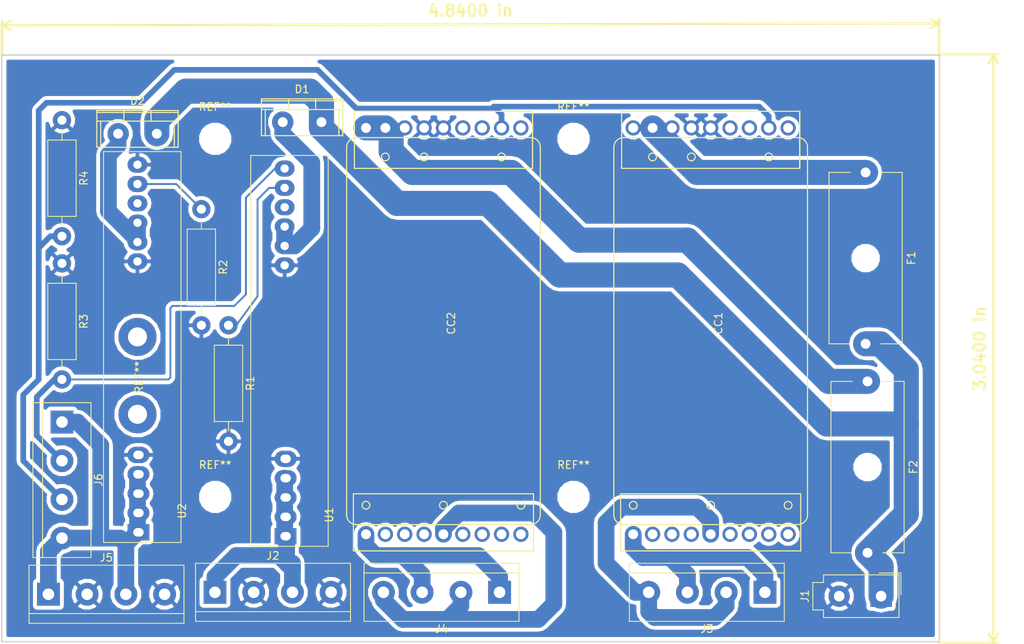
<source format=kicad_pcb>
(kicad_pcb (version 4) (host pcbnew 4.0.6)

  (general
    (links 88)
    (no_connects 2)
    (area 64.899999 57.899999 188.100001 135.100001)
    (thickness 1.6)
    (drawings 6)
    (tracks 153)
    (zones 0)
    (modules 23)
    (nets 21)
  )

  (page A4)
  (layers
    (0 F.Cu signal)
    (31 B.Cu signal)
    (32 B.Adhes user)
    (33 F.Adhes user)
    (34 B.Paste user)
    (35 F.Paste user)
    (36 B.SilkS user)
    (37 F.SilkS user)
    (38 B.Mask user)
    (39 F.Mask user)
    (40 Dwgs.User user)
    (41 Cmts.User user)
    (42 Eco1.User user)
    (43 Eco2.User user)
    (44 Edge.Cuts user)
    (45 Margin user)
    (46 B.CrtYd user)
    (47 F.CrtYd user)
    (48 B.Fab user)
    (49 F.Fab user)
  )

  (setup
    (last_trace_width 0.25)
    (user_trace_width 0.75)
    (user_trace_width 2.2)
    (user_trace_width 3.3)
    (user_trace_width 5)
    (user_trace_width 7.2)
    (trace_clearance 0.2)
    (zone_clearance 0.508)
    (zone_45_only no)
    (trace_min 0.2)
    (segment_width 0.2)
    (edge_width 0.2)
    (via_size 0.6)
    (via_drill 0.4)
    (via_min_size 0.4)
    (via_min_drill 0.3)
    (uvia_size 0.3)
    (uvia_drill 0.1)
    (uvias_allowed no)
    (uvia_min_size 0.2)
    (uvia_min_drill 0.1)
    (pcb_text_width 0.3)
    (pcb_text_size 1.5 1.5)
    (mod_edge_width 0.15)
    (mod_text_size 1 1)
    (mod_text_width 0.15)
    (pad_size 3.2 3.2)
    (pad_drill 3.2)
    (pad_to_mask_clearance 0.2)
    (aux_axis_origin 187.96 135.128)
    (visible_elements 7FFFFFFF)
    (pcbplotparams
      (layerselection 0x01000_80000000)
      (usegerberextensions true)
      (excludeedgelayer true)
      (linewidth 0.100000)
      (plotframeref false)
      (viasonmask false)
      (mode 1)
      (useauxorigin false)
      (hpglpennumber 1)
      (hpglpenspeed 20)
      (hpglpendiameter 15)
      (hpglpenoverlay 2)
      (psnegative false)
      (psa4output false)
      (plotreference true)
      (plotvalue true)
      (plotinvisibletext false)
      (padsonsilk false)
      (subtractmaskfromsilk false)
      (outputformat 1)
      (mirror false)
      (drillshape 0)
      (scaleselection 1)
      (outputdirectory ""))
  )

  (net 0 "")
  (net 1 "Net-(CC1-Pad3)")
  (net 2 GND)
  (net 3 "Net-(CC1-Pad1)")
  (net 4 "Net-(CC1-Pad6)")
  (net 5 "Net-(CC1-Pad5)")
  (net 6 "Net-(CC1-Pad4)")
  (net 7 "Net-(CC2-Pad1)")
  (net 8 "Net-(CC2-Pad6)")
  (net 9 "Net-(CC2-Pad5)")
  (net 10 "Net-(CC2-Pad4)")
  (net 11 +BATT)
  (net 12 "Net-(D1-Pad1)")
  (net 13 "Net-(D2-Pad1)")
  (net 14 "Net-(J2-Pad1)")
  (net 15 +5V)
  (net 16 /En_P5)
  (net 17 "Net-(R1-Pad1)")
  (net 18 "Net-(R2-Pad1)")
  (net 19 "Net-(U1-Pad9)")
  (net 20 "Net-(U2-Pad9)")

  (net_class Default "Ceci est la Netclass par défaut"
    (clearance 0.2)
    (trace_width 0.25)
    (via_dia 0.6)
    (via_drill 0.4)
    (uvia_dia 0.3)
    (uvia_drill 0.1)
    (add_net +5V)
    (add_net +BATT)
    (add_net /En_P5)
    (add_net GND)
    (add_net "Net-(CC1-Pad1)")
    (add_net "Net-(CC1-Pad3)")
    (add_net "Net-(CC1-Pad4)")
    (add_net "Net-(CC1-Pad5)")
    (add_net "Net-(CC1-Pad6)")
    (add_net "Net-(CC2-Pad1)")
    (add_net "Net-(CC2-Pad4)")
    (add_net "Net-(CC2-Pad5)")
    (add_net "Net-(CC2-Pad6)")
    (add_net "Net-(D1-Pad1)")
    (add_net "Net-(D2-Pad1)")
    (add_net "Net-(J2-Pad1)")
    (add_net "Net-(R1-Pad1)")
    (add_net "Net-(R2-Pad1)")
    (add_net "Net-(U1-Pad9)")
    (add_net "Net-(U2-Pad9)")
  )

  (module alim_robot:Murata_OKX-T10-D12N-C (layer F.Cu) (tedit 591DCF49) (tstamp 591DA157)
    (at 102.108 121.158 270)
    (descr "Through hole straight pin header, 1x06, 2.54mm pitch, single row")
    (tags "Through hole pin header THT 1x06 2.54mm single row")
    (path /59177088)
    (fp_text reference U1 (at -2.794 -5.842 270) (layer F.SilkS)
      (effects (font (size 1 1) (thickness 0.15)))
    )
    (fp_text value OKX-T/10-D12 (at -22.352 -4.064 270) (layer F.Fab)
      (effects (font (size 1 1) (thickness 0.15)))
    )
    (fp_line (start -49.978 4.45) (end -49.978 -5.71) (layer F.SilkS) (width 0.12))
    (fp_line (start -50 -5.71) (end 1.33 -5.71) (layer F.SilkS) (width 0.12))
    (fp_line (start -50 4.45) (end 1.33 4.45) (layer F.SilkS) (width 0.12))
    (fp_line (start 1.33 4.45) (end 1.33 -5.71) (layer F.SilkS) (width 0.12))
    (fp_text user %R (at -2.794 -5.842 270) (layer F.Fab)
      (effects (font (size 1 1) (thickness 0.15)))
    )
    (pad 5 thru_hole oval (at -10.16 0 180) (size 2.6 2.1) (drill 1.1) (layers *.Cu *.Mask)
      (net 2 GND))
    (pad 4 thru_hole oval (at -7.62 0 180) (size 2.6 2.1) (drill 1.1) (layers *.Cu *.Mask)
      (net 14 "Net-(J2-Pad1)"))
    (pad 3 thru_hole oval (at -5.08 0 180) (size 2.6 2.1) (drill 1.1) (layers *.Cu *.Mask)
      (net 14 "Net-(J2-Pad1)"))
    (pad 2 thru_hole oval (at -2.54 0 180) (size 2.6 2.1) (drill 1.1) (layers *.Cu *.Mask)
      (net 14 "Net-(J2-Pad1)"))
    (pad 1 thru_hole rect (at 0 0 180) (size 2.6 2.1) (drill 1.1) (layers *.Cu *.Mask)
      (net 14 "Net-(J2-Pad1)"))
    (pad 1 thru_hole rect (at 0 -0.254 180) (size 2.6 2.1) (drill 1.1) (layers *.Cu *.Mask)
      (net 14 "Net-(J2-Pad1)"))
    (pad 2 thru_hole oval (at -2.54 -0.254 180) (size 2.6 2.1) (drill 1.1) (layers *.Cu *.Mask)
      (net 14 "Net-(J2-Pad1)"))
    (pad 3 thru_hole oval (at -5.08 -0.254 180) (size 2.6 2.1) (drill 1.1) (layers *.Cu *.Mask)
      (net 14 "Net-(J2-Pad1)"))
    (pad 4 thru_hole oval (at -7.62 -0.254 180) (size 2.6 2.1) (drill 1.1) (layers *.Cu *.Mask)
      (net 14 "Net-(J2-Pad1)"))
    (pad 5 thru_hole oval (at -10.16 -0.254 180) (size 2.6 2.1) (drill 1.1) (layers *.Cu *.Mask)
      (net 2 GND))
    (pad 5 thru_hole oval (at -10.16 -0.254 180) (size 2.6 2.1) (drill 1.1) (layers *.Cu *.Mask)
      (net 2 GND))
    (pad 4 thru_hole oval (at -7.62 -0.254 180) (size 2.6 2.1) (drill 1.1) (layers *.Cu *.Mask)
      (net 14 "Net-(J2-Pad1)"))
    (pad 3 thru_hole oval (at -5.08 -0.254 180) (size 2.6 2.1) (drill 1.1) (layers *.Cu *.Mask)
      (net 14 "Net-(J2-Pad1)"))
    (pad 2 thru_hole oval (at -2.54 -0.254 180) (size 2.6 2.1) (drill 1.1) (layers *.Cu *.Mask)
      (net 14 "Net-(J2-Pad1)"))
    (pad 1 thru_hole rect (at 0 -0.254 180) (size 2.6 2.1) (drill 1.1) (layers *.Cu *.Mask)
      (net 14 "Net-(J2-Pad1)"))
    (pad 1 thru_hole rect (at 0 0 180) (size 2.6 2.1) (drill 1.1) (layers *.Cu *.Mask)
      (net 14 "Net-(J2-Pad1)"))
    (pad 2 thru_hole oval (at -2.54 0 180) (size 2.6 2.1) (drill 1.1) (layers *.Cu *.Mask)
      (net 14 "Net-(J2-Pad1)"))
    (pad 3 thru_hole oval (at -5.08 0 180) (size 2.6 2.1) (drill 1.1) (layers *.Cu *.Mask)
      (net 14 "Net-(J2-Pad1)"))
    (pad 4 thru_hole oval (at -7.62 0 180) (size 2.6 2.1) (drill 1.1) (layers *.Cu *.Mask)
      (net 14 "Net-(J2-Pad1)"))
    (pad 5 thru_hole oval (at -10.16 0 180) (size 2.6 2.1) (drill 1.1) (layers *.Cu *.Mask)
      (net 2 GND))
    (pad 6 thru_hole oval (at -35.56 0 180) (size 2.6 2.1) (drill 1.1) (layers *.Cu *.Mask)
      (net 2 GND))
    (pad 7 thru_hole oval (at -38.1 0 180) (size 2.6 2.1) (drill 1.1) (layers *.Cu *.Mask)
      (net 12 "Net-(D1-Pad1)"))
    (pad 8 thru_hole oval (at -40.64 0 180) (size 2.6 2.1) (drill 1.1) (layers *.Cu *.Mask)
      (net 12 "Net-(D1-Pad1)"))
    (pad 9 thru_hole oval (at -43.18 0 180) (size 2.6 2.1) (drill 1.1) (layers *.Cu *.Mask)
      (net 19 "Net-(U1-Pad9)"))
    (pad 10 thru_hole oval (at -45.72 0 180) (size 2.6 2.1) (drill 1.1) (layers *.Cu *.Mask)
      (net 17 "Net-(R1-Pad1)"))
    (pad 11 thru_hole oval (at -48.26 0 180) (size 2.6 2.1) (drill 1.1) (layers *.Cu *.Mask)
      (net 16 /En_P5))
    (model ${KISYS3DMOD}/Pin_Headers.3dshapes/Pin_Header_Straight_1x06_Pitch2.54mm.wrl
      (at (xyz 0 -0.25 0))
      (scale (xyz 1 1 1))
      (rotate (xyz 0 0 90))
    )
  )

  (module Resistors_THT:R_Axial_DIN0411_L9.9mm_D3.6mm_P15.24mm_Horizontal (layer F.Cu) (tedit 5874F706) (tstamp 591DA12D)
    (at 91.186 78.232 270)
    (descr "Resistor, Axial_DIN0411 series, Axial, Horizontal, pin pitch=15.24mm, 1W = 1/1W, length*diameter=9.9*3.6mm^2")
    (tags "Resistor Axial_DIN0411 series Axial Horizontal pin pitch 15.24mm 1W = 1/1W length 9.9mm diameter 3.6mm")
    (path /5917BEF6)
    (fp_text reference R2 (at 7.62 -2.86 270) (layer F.SilkS)
      (effects (font (size 1 1) (thickness 0.15)))
    )
    (fp_text value 1.472k (at 7.62 2.86 270) (layer F.Fab)
      (effects (font (size 1 1) (thickness 0.15)))
    )
    (fp_line (start 2.67 -1.8) (end 2.67 1.8) (layer F.Fab) (width 0.1))
    (fp_line (start 2.67 1.8) (end 12.57 1.8) (layer F.Fab) (width 0.1))
    (fp_line (start 12.57 1.8) (end 12.57 -1.8) (layer F.Fab) (width 0.1))
    (fp_line (start 12.57 -1.8) (end 2.67 -1.8) (layer F.Fab) (width 0.1))
    (fp_line (start 0 0) (end 2.67 0) (layer F.Fab) (width 0.1))
    (fp_line (start 15.24 0) (end 12.57 0) (layer F.Fab) (width 0.1))
    (fp_line (start 2.61 -1.86) (end 2.61 1.86) (layer F.SilkS) (width 0.12))
    (fp_line (start 2.61 1.86) (end 12.63 1.86) (layer F.SilkS) (width 0.12))
    (fp_line (start 12.63 1.86) (end 12.63 -1.86) (layer F.SilkS) (width 0.12))
    (fp_line (start 12.63 -1.86) (end 2.61 -1.86) (layer F.SilkS) (width 0.12))
    (fp_line (start 1.38 0) (end 2.61 0) (layer F.SilkS) (width 0.12))
    (fp_line (start 13.86 0) (end 12.63 0) (layer F.SilkS) (width 0.12))
    (fp_line (start -1.45 -2.15) (end -1.45 2.15) (layer F.CrtYd) (width 0.05))
    (fp_line (start -1.45 2.15) (end 16.7 2.15) (layer F.CrtYd) (width 0.05))
    (fp_line (start 16.7 2.15) (end 16.7 -2.15) (layer F.CrtYd) (width 0.05))
    (fp_line (start 16.7 -2.15) (end -1.45 -2.15) (layer F.CrtYd) (width 0.05))
    (pad 1 thru_hole circle (at 0 0 270) (size 2.4 2.4) (drill 1.2) (layers *.Cu *.Mask)
      (net 18 "Net-(R2-Pad1)"))
    (pad 2 thru_hole oval (at 15.24 0 270) (size 2.4 2.4) (drill 1.2) (layers *.Cu *.Mask)
      (net 2 GND))
    (model Resistors_THT.3dshapes/R_Axial_DIN0411_L9.9mm_D3.6mm_P15.24mm_Horizontal.wrl
      (at (xyz 0 0 0))
      (scale (xyz 0.393701 0.393701 0.393701))
      (rotate (xyz 0 0 0))
    )
  )

  (module Resistors_THT:R_Axial_DIN0411_L9.9mm_D3.6mm_P15.24mm_Horizontal (layer F.Cu) (tedit 5874F706) (tstamp 591DA127)
    (at 94.742 93.472 270)
    (descr "Resistor, Axial_DIN0411 series, Axial, Horizontal, pin pitch=15.24mm, 1W = 1/1W, length*diameter=9.9*3.6mm^2")
    (tags "Resistor Axial_DIN0411 series Axial Horizontal pin pitch 15.24mm 1W = 1/1W length 9.9mm diameter 3.6mm")
    (path /591795B6)
    (fp_text reference R1 (at 7.62 -2.86 270) (layer F.SilkS)
      (effects (font (size 1 1) (thickness 0.15)))
    )
    (fp_text value 1.472k (at 7.62 2.86 270) (layer F.Fab)
      (effects (font (size 1 1) (thickness 0.15)))
    )
    (fp_line (start 2.67 -1.8) (end 2.67 1.8) (layer F.Fab) (width 0.1))
    (fp_line (start 2.67 1.8) (end 12.57 1.8) (layer F.Fab) (width 0.1))
    (fp_line (start 12.57 1.8) (end 12.57 -1.8) (layer F.Fab) (width 0.1))
    (fp_line (start 12.57 -1.8) (end 2.67 -1.8) (layer F.Fab) (width 0.1))
    (fp_line (start 0 0) (end 2.67 0) (layer F.Fab) (width 0.1))
    (fp_line (start 15.24 0) (end 12.57 0) (layer F.Fab) (width 0.1))
    (fp_line (start 2.61 -1.86) (end 2.61 1.86) (layer F.SilkS) (width 0.12))
    (fp_line (start 2.61 1.86) (end 12.63 1.86) (layer F.SilkS) (width 0.12))
    (fp_line (start 12.63 1.86) (end 12.63 -1.86) (layer F.SilkS) (width 0.12))
    (fp_line (start 12.63 -1.86) (end 2.61 -1.86) (layer F.SilkS) (width 0.12))
    (fp_line (start 1.38 0) (end 2.61 0) (layer F.SilkS) (width 0.12))
    (fp_line (start 13.86 0) (end 12.63 0) (layer F.SilkS) (width 0.12))
    (fp_line (start -1.45 -2.15) (end -1.45 2.15) (layer F.CrtYd) (width 0.05))
    (fp_line (start -1.45 2.15) (end 16.7 2.15) (layer F.CrtYd) (width 0.05))
    (fp_line (start 16.7 2.15) (end 16.7 -2.15) (layer F.CrtYd) (width 0.05))
    (fp_line (start 16.7 -2.15) (end -1.45 -2.15) (layer F.CrtYd) (width 0.05))
    (pad 1 thru_hole circle (at 0 0 270) (size 2.4 2.4) (drill 1.2) (layers *.Cu *.Mask)
      (net 17 "Net-(R1-Pad1)"))
    (pad 2 thru_hole oval (at 15.24 0 270) (size 2.4 2.4) (drill 1.2) (layers *.Cu *.Mask)
      (net 2 GND))
    (model Resistors_THT.3dshapes/R_Axial_DIN0411_L9.9mm_D3.6mm_P15.24mm_Horizontal.wrl
      (at (xyz 0 0 0))
      (scale (xyz 0.393701 0.393701 0.393701))
      (rotate (xyz 0 0 0))
    )
  )

  (module Fuse_Holders_and_Fuses:Fuseholder5x20_horiz_open_Schurter_0031_8201 (layer F.Cu) (tedit 5880C433) (tstamp 591DA0F3)
    (at 178.562 100.838 270)
    (descr http://www.schurter.com/var/schurter/storage/ilcatalogue/files/document/datasheet/en/pdf/typ_OGN.pdf)
    (tags "Fuseholder horizontal open 5x20 Schurter 0031.8201")
    (path /59173035)
    (fp_text reference F2 (at 11.25 -6 270) (layer F.SilkS)
      (effects (font (size 1 1) (thickness 0.15)))
    )
    (fp_text value 10A (at 11.25 6 270) (layer F.Fab)
      (effects (font (size 1 1) (thickness 0.15)))
    )
    (fp_line (start 0.1 -4.7) (end 0.1 4.7) (layer F.Fab) (width 0.1))
    (fp_line (start 0.1 4.7) (end 22.4 4.7) (layer F.Fab) (width 0.1))
    (fp_line (start 22.4 4.7) (end 22.4 -4.7) (layer F.Fab) (width 0.1))
    (fp_line (start 22.4 -4.7) (end 0.1 -4.7) (layer F.Fab) (width 0.1))
    (fp_line (start -0.25 5.05) (end -0.25 1.95) (layer F.CrtYd) (width 0.05))
    (fp_line (start 22.5 4.8) (end 22.5 2) (layer F.SilkS) (width 0.12))
    (fp_line (start 22.5 -2) (end 22.5 -4.8) (layer F.SilkS) (width 0.12))
    (fp_line (start 0 -2) (end 0 -4.8) (layer F.SilkS) (width 0.12))
    (fp_line (start 0 -4.8) (end 22.5 -4.8) (layer F.SilkS) (width 0.12))
    (fp_line (start 22.75 5.05) (end -0.25 5.05) (layer F.CrtYd) (width 0.05))
    (fp_line (start -0.25 -5.05) (end 22.75 -5.05) (layer F.CrtYd) (width 0.05))
    (fp_line (start 0 4.8) (end 22.5 4.8) (layer F.SilkS) (width 0.12))
    (fp_line (start -0.25 -1.95) (end -0.25 -5.05) (layer F.CrtYd) (width 0.05))
    (fp_line (start 22.75 -1.95) (end 22.75 -5.05) (layer F.CrtYd) (width 0.05))
    (fp_line (start 22.75 1.95) (end 22.75 5.05) (layer F.CrtYd) (width 0.05))
    (fp_line (start 0 4.8) (end 0 2) (layer F.SilkS) (width 0.12))
    (fp_arc (start 22.5 0) (end 22.75 -1.95) (angle 165.3) (layer F.CrtYd) (width 0.05))
    (fp_arc (start 0 0) (end -0.25 1.95) (angle 165.3) (layer F.CrtYd) (width 0.05))
    (pad 1 thru_hole circle (at 0 0 270) (size 3 3) (drill 1.3) (layers *.Cu *.Mask)
      (net 7 "Net-(CC2-Pad1)"))
    (pad 2 thru_hole circle (at 22.5 0 270) (size 3 3) (drill 1.3) (layers *.Cu *.Mask)
      (net 11 +BATT))
    (pad "" np_thru_hole circle (at 11.25 0 270) (size 2.7 2.7) (drill 2.7) (layers *.Cu *.Mask))
  )

  (module Fuse_Holders_and_Fuses:Fuseholder5x20_horiz_open_Schurter_0031_8201 (layer F.Cu) (tedit 5880C433) (tstamp 591DA0EC)
    (at 178.308 73.406 270)
    (descr http://www.schurter.com/var/schurter/storage/ilcatalogue/files/document/datasheet/en/pdf/typ_OGN.pdf)
    (tags "Fuseholder horizontal open 5x20 Schurter 0031.8201")
    (path /59172FB6)
    (fp_text reference F1 (at 11.25 -6 270) (layer F.SilkS)
      (effects (font (size 1 1) (thickness 0.15)))
    )
    (fp_text value 10A (at 11.25 6 270) (layer F.Fab)
      (effects (font (size 1 1) (thickness 0.15)))
    )
    (fp_line (start 0.1 -4.7) (end 0.1 4.7) (layer F.Fab) (width 0.1))
    (fp_line (start 0.1 4.7) (end 22.4 4.7) (layer F.Fab) (width 0.1))
    (fp_line (start 22.4 4.7) (end 22.4 -4.7) (layer F.Fab) (width 0.1))
    (fp_line (start 22.4 -4.7) (end 0.1 -4.7) (layer F.Fab) (width 0.1))
    (fp_line (start -0.25 5.05) (end -0.25 1.95) (layer F.CrtYd) (width 0.05))
    (fp_line (start 22.5 4.8) (end 22.5 2) (layer F.SilkS) (width 0.12))
    (fp_line (start 22.5 -2) (end 22.5 -4.8) (layer F.SilkS) (width 0.12))
    (fp_line (start 0 -2) (end 0 -4.8) (layer F.SilkS) (width 0.12))
    (fp_line (start 0 -4.8) (end 22.5 -4.8) (layer F.SilkS) (width 0.12))
    (fp_line (start 22.75 5.05) (end -0.25 5.05) (layer F.CrtYd) (width 0.05))
    (fp_line (start -0.25 -5.05) (end 22.75 -5.05) (layer F.CrtYd) (width 0.05))
    (fp_line (start 0 4.8) (end 22.5 4.8) (layer F.SilkS) (width 0.12))
    (fp_line (start -0.25 -1.95) (end -0.25 -5.05) (layer F.CrtYd) (width 0.05))
    (fp_line (start 22.75 -1.95) (end 22.75 -5.05) (layer F.CrtYd) (width 0.05))
    (fp_line (start 22.75 1.95) (end 22.75 5.05) (layer F.CrtYd) (width 0.05))
    (fp_line (start 0 4.8) (end 0 2) (layer F.SilkS) (width 0.12))
    (fp_arc (start 22.5 0) (end 22.75 -1.95) (angle 165.3) (layer F.CrtYd) (width 0.05))
    (fp_arc (start 0 0) (end -0.25 1.95) (angle 165.3) (layer F.CrtYd) (width 0.05))
    (pad 1 thru_hole circle (at 0 0 270) (size 3 3) (drill 1.3) (layers *.Cu *.Mask)
      (net 3 "Net-(CC1-Pad1)"))
    (pad 2 thru_hole circle (at 22.5 0 270) (size 3 3) (drill 1.3) (layers *.Cu *.Mask)
      (net 11 +BATT))
    (pad "" np_thru_hole circle (at 11.25 0 270) (size 2.7 2.7) (drill 2.7) (layers *.Cu *.Mask))
  )

  (module alim_robot:TO-220-2 (layer F.Cu) (tedit 5919C4AC) (tstamp 591DA0DF)
    (at 104.394 66.802)
    (descr "Non Isolated JEDEC TO-220 Package")
    (tags "Power Integration YN Package")
    (path /5917DA5E)
    (fp_text reference D1 (at 0 -4.318) (layer F.SilkS)
      (effects (font (size 1 1) (thickness 0.15)))
    )
    (fp_text value IDH06SG60C (at 0 3.048) (layer F.Fab)
      (effects (font (size 1 1) (thickness 0.15)))
    )
    (fp_line (start 4.826 -1.651) (end 4.826 1.778) (layer F.SilkS) (width 0.15))
    (fp_line (start -4.826 -1.651) (end -4.826 1.778) (layer F.SilkS) (width 0.15))
    (fp_line (start 5.334 -2.794) (end -5.334 -2.794) (layer F.SilkS) (width 0.15))
    (fp_line (start 1.778 -1.778) (end 1.778 -3.048) (layer F.SilkS) (width 0.15))
    (fp_line (start -1.778 -1.778) (end -1.778 -3.048) (layer F.SilkS) (width 0.15))
    (fp_line (start -5.334 -1.651) (end 5.334 -1.651) (layer F.SilkS) (width 0.15))
    (fp_line (start 5.334 1.778) (end -5.334 1.778) (layer F.SilkS) (width 0.15))
    (fp_line (start -5.334 -3.048) (end -5.334 1.778) (layer F.SilkS) (width 0.15))
    (fp_line (start 5.334 -3.048) (end 5.334 1.778) (layer F.SilkS) (width 0.15))
    (fp_line (start 5.334 -3.048) (end -5.334 -3.048) (layer F.SilkS) (width 0.15))
    (pad 2 thru_hole circle (at 2.54 0) (size 2.8 2.8) (drill 1.3) (layers *.Cu *.Mask)
      (net 11 +BATT))
    (pad 1 thru_hole circle (at -2.54 0) (size 2.8 2.8) (drill 1.3) (layers *.Cu *.Mask)
      (net 12 "Net-(D1-Pad1)"))
  )

  (module alim_robot:TO-220-2 (layer F.Cu) (tedit 5919C4AC) (tstamp 591DA0E5)
    (at 82.804 68.326)
    (descr "Non Isolated JEDEC TO-220 Package")
    (tags "Power Integration YN Package")
    (path /5917D817)
    (fp_text reference D2 (at 0 -4.318) (layer F.SilkS)
      (effects (font (size 1 1) (thickness 0.15)))
    )
    (fp_text value IDH06SG60C (at 0 3.048) (layer F.Fab)
      (effects (font (size 1 1) (thickness 0.15)))
    )
    (fp_line (start 4.826 -1.651) (end 4.826 1.778) (layer F.SilkS) (width 0.15))
    (fp_line (start -4.826 -1.651) (end -4.826 1.778) (layer F.SilkS) (width 0.15))
    (fp_line (start 5.334 -2.794) (end -5.334 -2.794) (layer F.SilkS) (width 0.15))
    (fp_line (start 1.778 -1.778) (end 1.778 -3.048) (layer F.SilkS) (width 0.15))
    (fp_line (start -1.778 -1.778) (end -1.778 -3.048) (layer F.SilkS) (width 0.15))
    (fp_line (start -5.334 -1.651) (end 5.334 -1.651) (layer F.SilkS) (width 0.15))
    (fp_line (start 5.334 1.778) (end -5.334 1.778) (layer F.SilkS) (width 0.15))
    (fp_line (start -5.334 -3.048) (end -5.334 1.778) (layer F.SilkS) (width 0.15))
    (fp_line (start 5.334 -3.048) (end 5.334 1.778) (layer F.SilkS) (width 0.15))
    (fp_line (start 5.334 -3.048) (end -5.334 -3.048) (layer F.SilkS) (width 0.15))
    (pad 2 thru_hole circle (at 2.54 0) (size 2.8 2.8) (drill 1.3) (layers *.Cu *.Mask)
      (net 11 +BATT))
    (pad 1 thru_hole circle (at -2.54 0) (size 2.8 2.8) (drill 1.3) (layers *.Cu *.Mask)
      (net 13 "Net-(D2-Pad1)"))
  )

  (module Connectors_Molex:Molex_MiniFit-JR-5556-02A_2x01x4.20mm_Straight (layer F.Cu) (tedit 58A28952) (tstamp 591DA0F9)
    (at 180.34 129.032 270)
    (descr "Molex Mini-Fit JR, PN:5556-02A, dual row, top entry type, through hole")
    (tags "connector molex mini-fit 5556")
    (path /59173679)
    (fp_text reference J1 (at 0 10 270) (layer F.SilkS)
      (effects (font (size 1 1) (thickness 0.15)))
    )
    (fp_text value BATT (at 0 -4 270) (layer F.Fab)
      (effects (font (size 1 1) (thickness 0.15)))
    )
    (fp_line (start -2.7 -2.25) (end -2.7 7.45) (layer F.Fab) (width 0.1))
    (fp_line (start -2.7 7.45) (end 2.7 7.45) (layer F.Fab) (width 0.1))
    (fp_line (start 2.7 7.45) (end 2.7 -2.25) (layer F.Fab) (width 0.1))
    (fp_line (start 2.7 -2.25) (end -2.7 -2.25) (layer F.Fab) (width 0.1))
    (fp_line (start -1.7 7.45) (end -1.7 8.85) (layer F.Fab) (width 0.1))
    (fp_line (start -1.7 8.85) (end 1.7 8.85) (layer F.Fab) (width 0.1))
    (fp_line (start 1.7 8.85) (end 1.7 7.45) (layer F.Fab) (width 0.1))
    (fp_line (start -1.75 -1.75) (end -1.75 1.75) (layer F.Fab) (width 0.1))
    (fp_line (start -1.75 1.75) (end 1.75 1.75) (layer F.Fab) (width 0.1))
    (fp_line (start 1.75 1.75) (end 1.75 -1.75) (layer F.Fab) (width 0.1))
    (fp_line (start 1.75 -1.75) (end -1.75 -1.75) (layer F.Fab) (width 0.1))
    (fp_line (start -1.75 7.25) (end -1.75 4.625) (layer F.Fab) (width 0.1))
    (fp_line (start -1.75 4.625) (end -0.875 3.75) (layer F.Fab) (width 0.1))
    (fp_line (start -0.875 3.75) (end 0.875 3.75) (layer F.Fab) (width 0.1))
    (fp_line (start 0.875 3.75) (end 1.75 4.625) (layer F.Fab) (width 0.1))
    (fp_line (start 1.75 4.625) (end 1.75 7.25) (layer F.Fab) (width 0.1))
    (fp_line (start 1.75 7.25) (end -1.75 7.25) (layer F.Fab) (width 0.1))
    (fp_line (start 0 -2.35) (end -2.8 -2.35) (layer F.SilkS) (width 0.12))
    (fp_line (start -2.8 -2.35) (end -2.8 7.55) (layer F.SilkS) (width 0.12))
    (fp_line (start -2.8 7.55) (end -1.8 7.55) (layer F.SilkS) (width 0.12))
    (fp_line (start -1.8 7.55) (end -1.8 8.95) (layer F.SilkS) (width 0.12))
    (fp_line (start -1.8 8.95) (end 0 8.95) (layer F.SilkS) (width 0.12))
    (fp_line (start 0 -2.35) (end 2.8 -2.35) (layer F.SilkS) (width 0.12))
    (fp_line (start 2.8 -2.35) (end 2.8 7.55) (layer F.SilkS) (width 0.12))
    (fp_line (start 2.8 7.55) (end 1.8 7.55) (layer F.SilkS) (width 0.12))
    (fp_line (start 1.8 7.55) (end 1.8 8.95) (layer F.SilkS) (width 0.12))
    (fp_line (start 1.8 8.95) (end 0 8.95) (layer F.SilkS) (width 0.12))
    (fp_line (start -0.2 -2.6) (end -3.05 -2.6) (layer F.SilkS) (width 0.12))
    (fp_line (start -3.05 -2.6) (end -3.05 0.25) (layer F.SilkS) (width 0.12))
    (fp_line (start -0.2 -2.6) (end -3.05 -2.6) (layer F.Fab) (width 0.1))
    (fp_line (start -3.05 -2.6) (end -3.05 0.25) (layer F.Fab) (width 0.1))
    (fp_line (start -3.2 -2.75) (end -3.2 9.3) (layer F.CrtYd) (width 0.05))
    (fp_line (start -3.2 9.3) (end 3.2 9.3) (layer F.CrtYd) (width 0.05))
    (fp_line (start 3.2 9.3) (end 3.2 -2.75) (layer F.CrtYd) (width 0.05))
    (fp_line (start 3.2 -2.75) (end -3.2 -2.75) (layer F.CrtYd) (width 0.05))
    (fp_text user %R (at 0 3 270) (layer F.Fab)
      (effects (font (size 1 1) (thickness 0.15)))
    )
    (pad 1 thru_hole rect (at 0 0 270) (size 2.8 2.8) (drill 1.4) (layers *.Cu *.Mask)
      (net 11 +BATT))
    (pad 2 thru_hole circle (at 0 5.5 270) (size 2.8 2.8) (drill 1.4) (layers *.Cu *.Mask)
      (net 2 GND))
    (model Connectors_Molex.3dshapes/Molex_MiniFit-JR-5556-02A_2x01x4.20mm_Straight.wrl
      (at (xyz 0 0 0))
      (scale (xyz 1 1 1))
      (rotate (xyz 0 0 0))
    )
  )

  (module Connectors:bornier4 (layer F.Cu) (tedit 587FD5E4) (tstamp 591DA101)
    (at 92.964 128.524)
    (descr "Bornier d'alimentation 4 pins")
    (tags DEV)
    (path /5919FBDC)
    (fp_text reference J2 (at 7.6 -4.8) (layer F.SilkS)
      (effects (font (size 1 1) (thickness 0.15)))
    )
    (fp_text value Out5P (at 7.6 4.75) (layer F.Fab)
      (effects (font (size 1 1) (thickness 0.15)))
    )
    (fp_line (start -2.48 2.55) (end 17.72 2.55) (layer F.Fab) (width 0.1))
    (fp_line (start -2.43 3.75) (end -2.48 3.75) (layer F.Fab) (width 0.1))
    (fp_line (start -2.48 3.75) (end -2.48 -3.75) (layer F.Fab) (width 0.1))
    (fp_line (start -2.48 -3.75) (end 17.72 -3.75) (layer F.Fab) (width 0.1))
    (fp_line (start 17.72 -3.75) (end 17.72 3.75) (layer F.Fab) (width 0.1))
    (fp_line (start 17.72 3.75) (end -2.43 3.75) (layer F.Fab) (width 0.1))
    (fp_line (start -2.54 -3.81) (end -2.54 3.81) (layer F.SilkS) (width 0.12))
    (fp_line (start 17.78 3.81) (end 17.78 -3.81) (layer F.SilkS) (width 0.12))
    (fp_line (start 17.78 2.54) (end -2.54 2.54) (layer F.SilkS) (width 0.12))
    (fp_line (start -2.54 -3.81) (end 17.78 -3.81) (layer F.SilkS) (width 0.12))
    (fp_line (start -2.54 3.81) (end 17.78 3.81) (layer F.SilkS) (width 0.12))
    (fp_line (start -2.73 -4) (end 17.97 -4) (layer F.CrtYd) (width 0.05))
    (fp_line (start -2.73 -4) (end -2.73 4) (layer F.CrtYd) (width 0.05))
    (fp_line (start 17.97 4) (end 17.97 -4) (layer F.CrtYd) (width 0.05))
    (fp_line (start 17.97 4) (end -2.73 4) (layer F.CrtYd) (width 0.05))
    (pad 2 thru_hole circle (at 5.08 0) (size 3 3) (drill 1.52) (layers *.Cu *.Mask)
      (net 2 GND))
    (pad 3 thru_hole circle (at 10.16 0) (size 3 3) (drill 1.52) (layers *.Cu *.Mask)
      (net 14 "Net-(J2-Pad1)"))
    (pad 1 thru_hole rect (at 0 0) (size 3 3) (drill 1.52) (layers *.Cu *.Mask)
      (net 14 "Net-(J2-Pad1)"))
    (pad 4 thru_hole circle (at 15.24 0) (size 3 3) (drill 1.52) (layers *.Cu *.Mask)
      (net 2 GND))
    (model Connectors.3dshapes/bornier4.wrl
      (at (xyz 0 0 0))
      (scale (xyz 1 1 1))
      (rotate (xyz 0 0 0))
    )
  )

  (module Connectors:bornier4 (layer F.Cu) (tedit 587FD5E4) (tstamp 591DA109)
    (at 165.1 128.524 180)
    (descr "Bornier d'alimentation 4 pins")
    (tags DEV)
    (path /5919EB37)
    (fp_text reference J3 (at 7.6 -4.8 180) (layer F.SilkS)
      (effects (font (size 1 1) (thickness 0.15)))
    )
    (fp_text value Out12L (at 7.6 4.75 180) (layer F.Fab)
      (effects (font (size 1 1) (thickness 0.15)))
    )
    (fp_line (start -2.48 2.55) (end 17.72 2.55) (layer F.Fab) (width 0.1))
    (fp_line (start -2.43 3.75) (end -2.48 3.75) (layer F.Fab) (width 0.1))
    (fp_line (start -2.48 3.75) (end -2.48 -3.75) (layer F.Fab) (width 0.1))
    (fp_line (start -2.48 -3.75) (end 17.72 -3.75) (layer F.Fab) (width 0.1))
    (fp_line (start 17.72 -3.75) (end 17.72 3.75) (layer F.Fab) (width 0.1))
    (fp_line (start 17.72 3.75) (end -2.43 3.75) (layer F.Fab) (width 0.1))
    (fp_line (start -2.54 -3.81) (end -2.54 3.81) (layer F.SilkS) (width 0.12))
    (fp_line (start 17.78 3.81) (end 17.78 -3.81) (layer F.SilkS) (width 0.12))
    (fp_line (start 17.78 2.54) (end -2.54 2.54) (layer F.SilkS) (width 0.12))
    (fp_line (start -2.54 -3.81) (end 17.78 -3.81) (layer F.SilkS) (width 0.12))
    (fp_line (start -2.54 3.81) (end 17.78 3.81) (layer F.SilkS) (width 0.12))
    (fp_line (start -2.73 -4) (end 17.97 -4) (layer F.CrtYd) (width 0.05))
    (fp_line (start -2.73 -4) (end -2.73 4) (layer F.CrtYd) (width 0.05))
    (fp_line (start 17.97 4) (end 17.97 -4) (layer F.CrtYd) (width 0.05))
    (fp_line (start 17.97 4) (end -2.73 4) (layer F.CrtYd) (width 0.05))
    (pad 2 thru_hole circle (at 5.08 0 180) (size 3 3) (drill 1.52) (layers *.Cu *.Mask)
      (net 5 "Net-(CC1-Pad5)"))
    (pad 3 thru_hole circle (at 10.16 0 180) (size 3 3) (drill 1.52) (layers *.Cu *.Mask)
      (net 6 "Net-(CC1-Pad4)"))
    (pad 1 thru_hole rect (at 0 0 180) (size 3 3) (drill 1.52) (layers *.Cu *.Mask)
      (net 6 "Net-(CC1-Pad4)"))
    (pad 4 thru_hole circle (at 15.24 0 180) (size 3 3) (drill 1.52) (layers *.Cu *.Mask)
      (net 5 "Net-(CC1-Pad5)"))
    (model Connectors.3dshapes/bornier4.wrl
      (at (xyz 0 0 0))
      (scale (xyz 1 1 1))
      (rotate (xyz 0 0 0))
    )
  )

  (module Connectors:bornier4 (layer F.Cu) (tedit 587FD5E4) (tstamp 591DA111)
    (at 130.302 128.524 180)
    (descr "Bornier d'alimentation 4 pins")
    (tags DEV)
    (path /5919EDD2)
    (fp_text reference J4 (at 7.6 -4.8 180) (layer F.SilkS)
      (effects (font (size 1 1) (thickness 0.15)))
    )
    (fp_text value Out12R (at 7.6 4.75 180) (layer F.Fab)
      (effects (font (size 1 1) (thickness 0.15)))
    )
    (fp_line (start -2.48 2.55) (end 17.72 2.55) (layer F.Fab) (width 0.1))
    (fp_line (start -2.43 3.75) (end -2.48 3.75) (layer F.Fab) (width 0.1))
    (fp_line (start -2.48 3.75) (end -2.48 -3.75) (layer F.Fab) (width 0.1))
    (fp_line (start -2.48 -3.75) (end 17.72 -3.75) (layer F.Fab) (width 0.1))
    (fp_line (start 17.72 -3.75) (end 17.72 3.75) (layer F.Fab) (width 0.1))
    (fp_line (start 17.72 3.75) (end -2.43 3.75) (layer F.Fab) (width 0.1))
    (fp_line (start -2.54 -3.81) (end -2.54 3.81) (layer F.SilkS) (width 0.12))
    (fp_line (start 17.78 3.81) (end 17.78 -3.81) (layer F.SilkS) (width 0.12))
    (fp_line (start 17.78 2.54) (end -2.54 2.54) (layer F.SilkS) (width 0.12))
    (fp_line (start -2.54 -3.81) (end 17.78 -3.81) (layer F.SilkS) (width 0.12))
    (fp_line (start -2.54 3.81) (end 17.78 3.81) (layer F.SilkS) (width 0.12))
    (fp_line (start -2.73 -4) (end 17.97 -4) (layer F.CrtYd) (width 0.05))
    (fp_line (start -2.73 -4) (end -2.73 4) (layer F.CrtYd) (width 0.05))
    (fp_line (start 17.97 4) (end 17.97 -4) (layer F.CrtYd) (width 0.05))
    (fp_line (start 17.97 4) (end -2.73 4) (layer F.CrtYd) (width 0.05))
    (pad 2 thru_hole circle (at 5.08 0 180) (size 3 3) (drill 1.52) (layers *.Cu *.Mask)
      (net 9 "Net-(CC2-Pad5)"))
    (pad 3 thru_hole circle (at 10.16 0 180) (size 3 3) (drill 1.52) (layers *.Cu *.Mask)
      (net 10 "Net-(CC2-Pad4)"))
    (pad 1 thru_hole rect (at 0 0 180) (size 3 3) (drill 1.52) (layers *.Cu *.Mask)
      (net 10 "Net-(CC2-Pad4)"))
    (pad 4 thru_hole circle (at 15.24 0 180) (size 3 3) (drill 1.52) (layers *.Cu *.Mask)
      (net 9 "Net-(CC2-Pad5)"))
    (model Connectors.3dshapes/bornier4.wrl
      (at (xyz 0 0 0))
      (scale (xyz 1 1 1))
      (rotate (xyz 0 0 0))
    )
  )

  (module Connectors:bornier4 (layer F.Cu) (tedit 587FD5E4) (tstamp 591DA119)
    (at 71.12 128.778)
    (descr "Bornier d'alimentation 4 pins")
    (tags DEV)
    (path /591A042B)
    (fp_text reference J5 (at 7.6 -4.8) (layer F.SilkS)
      (effects (font (size 1 1) (thickness 0.15)))
    )
    (fp_text value Out5L (at 7.6 4.75) (layer F.Fab)
      (effects (font (size 1 1) (thickness 0.15)))
    )
    (fp_line (start -2.48 2.55) (end 17.72 2.55) (layer F.Fab) (width 0.1))
    (fp_line (start -2.43 3.75) (end -2.48 3.75) (layer F.Fab) (width 0.1))
    (fp_line (start -2.48 3.75) (end -2.48 -3.75) (layer F.Fab) (width 0.1))
    (fp_line (start -2.48 -3.75) (end 17.72 -3.75) (layer F.Fab) (width 0.1))
    (fp_line (start 17.72 -3.75) (end 17.72 3.75) (layer F.Fab) (width 0.1))
    (fp_line (start 17.72 3.75) (end -2.43 3.75) (layer F.Fab) (width 0.1))
    (fp_line (start -2.54 -3.81) (end -2.54 3.81) (layer F.SilkS) (width 0.12))
    (fp_line (start 17.78 3.81) (end 17.78 -3.81) (layer F.SilkS) (width 0.12))
    (fp_line (start 17.78 2.54) (end -2.54 2.54) (layer F.SilkS) (width 0.12))
    (fp_line (start -2.54 -3.81) (end 17.78 -3.81) (layer F.SilkS) (width 0.12))
    (fp_line (start -2.54 3.81) (end 17.78 3.81) (layer F.SilkS) (width 0.12))
    (fp_line (start -2.73 -4) (end 17.97 -4) (layer F.CrtYd) (width 0.05))
    (fp_line (start -2.73 -4) (end -2.73 4) (layer F.CrtYd) (width 0.05))
    (fp_line (start 17.97 4) (end 17.97 -4) (layer F.CrtYd) (width 0.05))
    (fp_line (start 17.97 4) (end -2.73 4) (layer F.CrtYd) (width 0.05))
    (pad 2 thru_hole circle (at 5.08 0) (size 3 3) (drill 1.52) (layers *.Cu *.Mask)
      (net 2 GND))
    (pad 3 thru_hole circle (at 10.16 0) (size 3 3) (drill 1.52) (layers *.Cu *.Mask)
      (net 15 +5V))
    (pad 1 thru_hole rect (at 0 0) (size 3 3) (drill 1.52) (layers *.Cu *.Mask)
      (net 15 +5V))
    (pad 4 thru_hole circle (at 15.24 0) (size 3 3) (drill 1.52) (layers *.Cu *.Mask)
      (net 2 GND))
    (model Connectors.3dshapes/bornier4.wrl
      (at (xyz 0 0 0))
      (scale (xyz 1 1 1))
      (rotate (xyz 0 0 0))
    )
  )

  (module Connectors:bornier4 (layer F.Cu) (tedit 587FD5E4) (tstamp 591DA121)
    (at 72.898 106.172 270)
    (descr "Bornier d'alimentation 4 pins")
    (tags DEV)
    (path /59186547)
    (fp_text reference J6 (at 7.6 -4.8 270) (layer F.SilkS)
      (effects (font (size 1 1) (thickness 0.15)))
    )
    (fp_text value AU (at 7.6 4.75 270) (layer F.Fab)
      (effects (font (size 1 1) (thickness 0.15)))
    )
    (fp_line (start -2.48 2.55) (end 17.72 2.55) (layer F.Fab) (width 0.1))
    (fp_line (start -2.43 3.75) (end -2.48 3.75) (layer F.Fab) (width 0.1))
    (fp_line (start -2.48 3.75) (end -2.48 -3.75) (layer F.Fab) (width 0.1))
    (fp_line (start -2.48 -3.75) (end 17.72 -3.75) (layer F.Fab) (width 0.1))
    (fp_line (start 17.72 -3.75) (end 17.72 3.75) (layer F.Fab) (width 0.1))
    (fp_line (start 17.72 3.75) (end -2.43 3.75) (layer F.Fab) (width 0.1))
    (fp_line (start -2.54 -3.81) (end -2.54 3.81) (layer F.SilkS) (width 0.12))
    (fp_line (start 17.78 3.81) (end 17.78 -3.81) (layer F.SilkS) (width 0.12))
    (fp_line (start 17.78 2.54) (end -2.54 2.54) (layer F.SilkS) (width 0.12))
    (fp_line (start -2.54 -3.81) (end 17.78 -3.81) (layer F.SilkS) (width 0.12))
    (fp_line (start -2.54 3.81) (end 17.78 3.81) (layer F.SilkS) (width 0.12))
    (fp_line (start -2.73 -4) (end 17.97 -4) (layer F.CrtYd) (width 0.05))
    (fp_line (start -2.73 -4) (end -2.73 4) (layer F.CrtYd) (width 0.05))
    (fp_line (start 17.97 4) (end 17.97 -4) (layer F.CrtYd) (width 0.05))
    (fp_line (start 17.97 4) (end -2.73 4) (layer F.CrtYd) (width 0.05))
    (pad 2 thru_hole circle (at 5.08 0 270) (size 3 3) (drill 1.52) (layers *.Cu *.Mask)
      (net 16 /En_P5))
    (pad 3 thru_hole circle (at 10.16 0 270) (size 3 3) (drill 1.52) (layers *.Cu *.Mask)
      (net 1 "Net-(CC1-Pad3)"))
    (pad 1 thru_hole rect (at 0 0 270) (size 3 3) (drill 1.52) (layers *.Cu *.Mask)
      (net 15 +5V))
    (pad 4 thru_hole circle (at 15.24 0 270) (size 3 3) (drill 1.52) (layers *.Cu *.Mask)
      (net 15 +5V))
    (model Connectors.3dshapes/bornier4.wrl
      (at (xyz 0 0 0))
      (scale (xyz 1 1 1))
      (rotate (xyz 0 0 0))
    )
  )

  (module Resistors_THT:R_Axial_DIN0411_L9.9mm_D3.6mm_P15.24mm_Horizontal (layer F.Cu) (tedit 5874F706) (tstamp 591DA133)
    (at 72.898 85.344 270)
    (descr "Resistor, Axial_DIN0411 series, Axial, Horizontal, pin pitch=15.24mm, 1W = 1/1W, length*diameter=9.9*3.6mm^2")
    (tags "Resistor Axial_DIN0411 series Axial Horizontal pin pitch 15.24mm 1W = 1/1W length 9.9mm diameter 3.6mm")
    (path /5918DA5C)
    (fp_text reference R3 (at 7.62 -2.86 270) (layer F.SilkS)
      (effects (font (size 1 1) (thickness 0.15)))
    )
    (fp_text value 10k (at 7.62 2.86 270) (layer F.Fab)
      (effects (font (size 1 1) (thickness 0.15)))
    )
    (fp_line (start 2.67 -1.8) (end 2.67 1.8) (layer F.Fab) (width 0.1))
    (fp_line (start 2.67 1.8) (end 12.57 1.8) (layer F.Fab) (width 0.1))
    (fp_line (start 12.57 1.8) (end 12.57 -1.8) (layer F.Fab) (width 0.1))
    (fp_line (start 12.57 -1.8) (end 2.67 -1.8) (layer F.Fab) (width 0.1))
    (fp_line (start 0 0) (end 2.67 0) (layer F.Fab) (width 0.1))
    (fp_line (start 15.24 0) (end 12.57 0) (layer F.Fab) (width 0.1))
    (fp_line (start 2.61 -1.86) (end 2.61 1.86) (layer F.SilkS) (width 0.12))
    (fp_line (start 2.61 1.86) (end 12.63 1.86) (layer F.SilkS) (width 0.12))
    (fp_line (start 12.63 1.86) (end 12.63 -1.86) (layer F.SilkS) (width 0.12))
    (fp_line (start 12.63 -1.86) (end 2.61 -1.86) (layer F.SilkS) (width 0.12))
    (fp_line (start 1.38 0) (end 2.61 0) (layer F.SilkS) (width 0.12))
    (fp_line (start 13.86 0) (end 12.63 0) (layer F.SilkS) (width 0.12))
    (fp_line (start -1.45 -2.15) (end -1.45 2.15) (layer F.CrtYd) (width 0.05))
    (fp_line (start -1.45 2.15) (end 16.7 2.15) (layer F.CrtYd) (width 0.05))
    (fp_line (start 16.7 2.15) (end 16.7 -2.15) (layer F.CrtYd) (width 0.05))
    (fp_line (start 16.7 -2.15) (end -1.45 -2.15) (layer F.CrtYd) (width 0.05))
    (pad 1 thru_hole circle (at 0 0 270) (size 2.4 2.4) (drill 1.2) (layers *.Cu *.Mask)
      (net 2 GND))
    (pad 2 thru_hole oval (at 15.24 0 270) (size 2.4 2.4) (drill 1.2) (layers *.Cu *.Mask)
      (net 16 /En_P5))
    (model Resistors_THT.3dshapes/R_Axial_DIN0411_L9.9mm_D3.6mm_P15.24mm_Horizontal.wrl
      (at (xyz 0 0 0))
      (scale (xyz 0.393701 0.393701 0.393701))
      (rotate (xyz 0 0 0))
    )
  )

  (module Resistors_THT:R_Axial_DIN0411_L9.9mm_D3.6mm_P15.24mm_Horizontal (layer F.Cu) (tedit 5874F706) (tstamp 591DA139)
    (at 72.898 66.548 270)
    (descr "Resistor, Axial_DIN0411 series, Axial, Horizontal, pin pitch=15.24mm, 1W = 1/1W, length*diameter=9.9*3.6mm^2")
    (tags "Resistor Axial_DIN0411 series Axial Horizontal pin pitch 15.24mm 1W = 1/1W length 9.9mm diameter 3.6mm")
    (path /5918C394)
    (fp_text reference R4 (at 7.62 -2.86 270) (layer F.SilkS)
      (effects (font (size 1 1) (thickness 0.15)))
    )
    (fp_text value 10k (at 7.62 2.86 270) (layer F.Fab)
      (effects (font (size 1 1) (thickness 0.15)))
    )
    (fp_line (start 2.67 -1.8) (end 2.67 1.8) (layer F.Fab) (width 0.1))
    (fp_line (start 2.67 1.8) (end 12.57 1.8) (layer F.Fab) (width 0.1))
    (fp_line (start 12.57 1.8) (end 12.57 -1.8) (layer F.Fab) (width 0.1))
    (fp_line (start 12.57 -1.8) (end 2.67 -1.8) (layer F.Fab) (width 0.1))
    (fp_line (start 0 0) (end 2.67 0) (layer F.Fab) (width 0.1))
    (fp_line (start 15.24 0) (end 12.57 0) (layer F.Fab) (width 0.1))
    (fp_line (start 2.61 -1.86) (end 2.61 1.86) (layer F.SilkS) (width 0.12))
    (fp_line (start 2.61 1.86) (end 12.63 1.86) (layer F.SilkS) (width 0.12))
    (fp_line (start 12.63 1.86) (end 12.63 -1.86) (layer F.SilkS) (width 0.12))
    (fp_line (start 12.63 -1.86) (end 2.61 -1.86) (layer F.SilkS) (width 0.12))
    (fp_line (start 1.38 0) (end 2.61 0) (layer F.SilkS) (width 0.12))
    (fp_line (start 13.86 0) (end 12.63 0) (layer F.SilkS) (width 0.12))
    (fp_line (start -1.45 -2.15) (end -1.45 2.15) (layer F.CrtYd) (width 0.05))
    (fp_line (start -1.45 2.15) (end 16.7 2.15) (layer F.CrtYd) (width 0.05))
    (fp_line (start 16.7 2.15) (end 16.7 -2.15) (layer F.CrtYd) (width 0.05))
    (fp_line (start 16.7 -2.15) (end -1.45 -2.15) (layer F.CrtYd) (width 0.05))
    (pad 1 thru_hole circle (at 0 0 270) (size 2.4 2.4) (drill 1.2) (layers *.Cu *.Mask)
      (net 2 GND))
    (pad 2 thru_hole oval (at 15.24 0 270) (size 2.4 2.4) (drill 1.2) (layers *.Cu *.Mask)
      (net 1 "Net-(CC1-Pad3)"))
    (model Resistors_THT.3dshapes/R_Axial_DIN0411_L9.9mm_D3.6mm_P15.24mm_Horizontal.wrl
      (at (xyz 0 0 0))
      (scale (xyz 0.393701 0.393701 0.393701))
      (rotate (xyz 0 0 0))
    )
  )

  (module Mounting_Holes:MountingHole_3.2mm_M3 (layer F.Cu) (tedit 56D1B4CB) (tstamp 591DB189)
    (at 140 116)
    (descr "Mounting Hole 3.2mm, no annular, M3")
    (tags "mounting hole 3.2mm no annular m3")
    (fp_text reference REF** (at 0 -4.2) (layer F.SilkS)
      (effects (font (size 1 1) (thickness 0.15)))
    )
    (fp_text value MountingHole_3.2mm_M3 (at 0 4.2) (layer F.Fab)
      (effects (font (size 1 1) (thickness 0.15)))
    )
    (fp_circle (center 0 0) (end 3.2 0) (layer Cmts.User) (width 0.15))
    (fp_circle (center 0 0) (end 3.45 0) (layer F.CrtYd) (width 0.05))
    (pad 1 np_thru_hole circle (at 0 0) (size 3.2 3.2) (drill 3.2) (layers *.Cu *.Mask))
  )

  (module Mounting_Holes:MountingHole_3.2mm_M3 (layer F.Cu) (tedit 56D1B4CB) (tstamp 591DB1B1)
    (at 140 69)
    (descr "Mounting Hole 3.2mm, no annular, M3")
    (tags "mounting hole 3.2mm no annular m3")
    (fp_text reference REF** (at 0 -4.2) (layer F.SilkS)
      (effects (font (size 1 1) (thickness 0.15)))
    )
    (fp_text value MountingHole_3.2mm_M3 (at 0 4.2) (layer F.Fab)
      (effects (font (size 1 1) (thickness 0.15)))
    )
    (fp_circle (center 0 0) (end 3.2 0) (layer Cmts.User) (width 0.15))
    (fp_circle (center 0 0) (end 3.45 0) (layer F.CrtYd) (width 0.05))
    (pad 1 np_thru_hole circle (at 0 0) (size 3.2 3.2) (drill 3.2) (layers *.Cu *.Mask))
  )

  (module Mounting_Holes:MountingHole_3.2mm_M3 (layer F.Cu) (tedit 56D1B4CB) (tstamp 591DB6D2)
    (at 93 116)
    (descr "Mounting Hole 3.2mm, no annular, M3")
    (tags "mounting hole 3.2mm no annular m3")
    (fp_text reference REF** (at 0 -4.2) (layer F.SilkS)
      (effects (font (size 1 1) (thickness 0.15)))
    )
    (fp_text value MountingHole_3.2mm_M3 (at 0 4.2) (layer F.Fab)
      (effects (font (size 1 1) (thickness 0.15)))
    )
    (fp_circle (center 0 0) (end 3.2 0) (layer Cmts.User) (width 0.15))
    (fp_circle (center 0 0) (end 3.45 0) (layer F.CrtYd) (width 0.05))
    (pad 1 np_thru_hole circle (at 0 0) (size 3.2 3.2) (drill 3.2) (layers *.Cu *.Mask))
  )

  (module Mounting_Holes:MountingHole_3.2mm_M3 (layer F.Cu) (tedit 56D1B4CB) (tstamp 591DB6FC)
    (at 93 69)
    (descr "Mounting Hole 3.2mm, no annular, M3")
    (tags "mounting hole 3.2mm no annular m3")
    (fp_text reference REF** (at 0 -4.2) (layer F.SilkS)
      (effects (font (size 1 1) (thickness 0.15)))
    )
    (fp_text value MountingHole_3.2mm_M3 (at 0 4.2) (layer F.Fab)
      (effects (font (size 1 1) (thickness 0.15)))
    )
    (fp_circle (center 0 0) (end 3.2 0) (layer Cmts.User) (width 0.15))
    (fp_circle (center 0 0) (end 3.45 0) (layer F.CrtYd) (width 0.05))
    (pad 1 np_thru_hole circle (at 0 0) (size 3.2 3.2) (drill 3.2) (layers *.Cu *.Mask))
  )

  (module alim_robot:Traco_TEN50_Molex (layer F.Cu) (tedit 591DC5DA) (tstamp 591DA0D9)
    (at 130.556 71.374 270)
    (path /59172EC3)
    (fp_text reference CC2 (at 21.844 6.604 450) (layer F.SilkS)
      (effects (font (size 1 1) (thickness 0.15)))
    )
    (fp_text value TEN50 (at 21.59 8.89 450) (layer F.Fab)
      (effects (font (size 1 1) (thickness 0.15)))
    )
    (fp_line (start 44.2214 -4.191) (end 51.7144 -4.191) (layer F.SilkS) (width 0.15))
    (fp_line (start 51.7144 -4.191) (end 51.7144 19.431) (layer F.SilkS) (width 0.15))
    (fp_line (start 44.2214 19.431) (end 51.7144 19.431) (layer F.SilkS) (width 0.15))
    (fp_line (start 44.2214 19.431) (end 44.2214 -4.191) (layer F.SilkS) (width 0.15))
    (fp_line (start -5.9944 -4.064) (end 1.4986 -4.064) (layer F.SilkS) (width 0.15))
    (fp_line (start -5.9944 -4.064) (end 1.4986 -4.064) (layer F.SilkS) (width 0.15))
    (fp_line (start 1.4986 -4.064) (end 1.4986 19.304) (layer F.SilkS) (width 0.15))
    (fp_line (start 1.4986 19.304) (end -5.9944 19.304) (layer F.SilkS) (width 0.15))
    (fp_line (start -5.9944 19.304) (end -5.9944 -4.064) (layer F.SilkS) (width 0.15))
    (fp_circle (center 45.72 -2.54) (end 46.228 -2.54) (layer F.SilkS) (width 0.15))
    (fp_circle (center 45.72 7.62) (end 46.228 7.62) (layer F.SilkS) (width 0.15))
    (fp_circle (center 45.72 17.78) (end 46.228 17.78) (layer F.SilkS) (width 0.15))
    (fp_circle (center 0 15.24) (end 0.508 15.24) (layer F.SilkS) (width 0.15))
    (fp_circle (center 0 10.16) (end 0.508 10.16) (layer F.SilkS) (width 0.15))
    (fp_circle (center 0 0) (end 0.508 0) (layer F.SilkS) (width 0.15))
    (fp_arc (start -1.27 -3.81) (end -1.27 -5.08) (angle -90) (layer F.SilkS) (width 0.15))
    (fp_arc (start -1.27 19.05) (end -2.54 19.05) (angle -90) (layer F.SilkS) (width 0.15))
    (fp_arc (start 46.99 -3.81) (end 48.26 -3.81) (angle -90) (layer F.SilkS) (width 0.15))
    (fp_arc (start 46.99 19.05) (end 46.99 20.32) (angle -90) (layer F.SilkS) (width 0.15))
    (fp_line (start 48.26 19.05) (end 48.26 -3.81) (layer F.SilkS) (width 0.15))
    (fp_line (start 46.99 -5.08) (end -1.27 -5.08) (layer F.SilkS) (width 0.15))
    (fp_line (start -2.54 -3.81) (end -2.54 19.05) (layer F.SilkS) (width 0.15))
    (fp_line (start -1.27 20.32) (end 46.99 20.32) (layer F.SilkS) (width 0.15))
    (pad 3 thru_hole circle (at -3.81 0 270) (size 2 2) (drill 1.3) (layers *.Cu *.Mask)
      (net 1 "Net-(CC1-Pad3)"))
    (pad "" thru_hole circle (at -3.81 2.54 270) (size 2 2) (drill 1.3) (layers *.Cu *.Mask))
    (pad "" thru_hole circle (at -3.81 5.08 270) (size 2 2) (drill 1.3) (layers *.Cu *.Mask))
    (pad 2 thru_hole circle (at -3.81 7.62 270) (size 2 2) (drill 1.3) (layers *.Cu *.Mask)
      (net 2 GND))
    (pad 2 thru_hole circle (at -3.81 10.16 270) (size 2 2) (drill 1.3) (layers *.Cu *.Mask)
      (net 2 GND))
    (pad 1 thru_hole circle (at -3.81 12.7 270) (size 2 2) (drill 1.3) (layers *.Cu *.Mask)
      (net 7 "Net-(CC2-Pad1)"))
    (pad 1 thru_hole circle (at -3.81 15.24 270) (size 2 2) (drill 1.3) (layers *.Cu *.Mask)
      (net 7 "Net-(CC2-Pad1)"))
    (pad "" thru_hole circle (at -3.81 -2.54 270) (size 2 2) (drill 1.3) (layers *.Cu *.Mask))
    (pad 1 thru_hole circle (at -3.81 17.78 270) (size 2 2) (drill 1.3) (layers *.Cu *.Mask)
      (net 7 "Net-(CC2-Pad1)"))
    (pad 6 thru_hole circle (at 49.53 -2.54 270) (size 2 2) (drill 1.3) (layers *.Cu *.Mask)
      (net 8 "Net-(CC2-Pad6)"))
    (pad "" thru_hole circle (at 49.53 0 270) (size 2 2) (drill 1.3) (layers *.Cu *.Mask))
    (pad "" thru_hole circle (at 49.53 2.54 270) (size 2 2) (drill 1.3) (layers *.Cu *.Mask))
    (pad "" thru_hole circle (at 49.53 5.08 270) (size 2 2) (drill 1.3) (layers *.Cu *.Mask))
    (pad 5 thru_hole circle (at 49.53 7.62 270) (size 2 2) (drill 1.3) (layers *.Cu *.Mask)
      (net 9 "Net-(CC2-Pad5)"))
    (pad "" thru_hole circle (at 49.53 10.16 270) (size 2 2) (drill 1.3) (layers *.Cu *.Mask))
    (pad "" thru_hole circle (at 49.53 12.7 270) (size 2 2) (drill 1.3) (layers *.Cu *.Mask))
    (pad "" thru_hole circle (at 49.53 15.24 270) (size 2 2) (drill 1.3) (layers *.Cu *.Mask))
    (pad 4 thru_hole circle (at 49.53 17.78 270) (size 2 2) (drill 1.3) (layers *.Cu *.Mask)
      (net 10 "Net-(CC2-Pad4)"))
  )

  (module alim_robot:Traco_TEN50_Molex (layer F.Cu) (tedit 591DC5DA) (tstamp 591DA0B4)
    (at 165.608 71.374 270)
    (path /59172E64)
    (fp_text reference CC1 (at 21.844 6.604 450) (layer F.SilkS)
      (effects (font (size 1 1) (thickness 0.15)))
    )
    (fp_text value TEN50 (at 21.59 8.89 450) (layer F.Fab)
      (effects (font (size 1 1) (thickness 0.15)))
    )
    (fp_line (start 44.2214 -4.191) (end 51.7144 -4.191) (layer F.SilkS) (width 0.15))
    (fp_line (start 51.7144 -4.191) (end 51.7144 19.431) (layer F.SilkS) (width 0.15))
    (fp_line (start 44.2214 19.431) (end 51.7144 19.431) (layer F.SilkS) (width 0.15))
    (fp_line (start 44.2214 19.431) (end 44.2214 -4.191) (layer F.SilkS) (width 0.15))
    (fp_line (start -5.9944 -4.064) (end 1.4986 -4.064) (layer F.SilkS) (width 0.15))
    (fp_line (start -5.9944 -4.064) (end 1.4986 -4.064) (layer F.SilkS) (width 0.15))
    (fp_line (start 1.4986 -4.064) (end 1.4986 19.304) (layer F.SilkS) (width 0.15))
    (fp_line (start 1.4986 19.304) (end -5.9944 19.304) (layer F.SilkS) (width 0.15))
    (fp_line (start -5.9944 19.304) (end -5.9944 -4.064) (layer F.SilkS) (width 0.15))
    (fp_circle (center 45.72 -2.54) (end 46.228 -2.54) (layer F.SilkS) (width 0.15))
    (fp_circle (center 45.72 7.62) (end 46.228 7.62) (layer F.SilkS) (width 0.15))
    (fp_circle (center 45.72 17.78) (end 46.228 17.78) (layer F.SilkS) (width 0.15))
    (fp_circle (center 0 15.24) (end 0.508 15.24) (layer F.SilkS) (width 0.15))
    (fp_circle (center 0 10.16) (end 0.508 10.16) (layer F.SilkS) (width 0.15))
    (fp_circle (center 0 0) (end 0.508 0) (layer F.SilkS) (width 0.15))
    (fp_arc (start -1.27 -3.81) (end -1.27 -5.08) (angle -90) (layer F.SilkS) (width 0.15))
    (fp_arc (start -1.27 19.05) (end -2.54 19.05) (angle -90) (layer F.SilkS) (width 0.15))
    (fp_arc (start 46.99 -3.81) (end 48.26 -3.81) (angle -90) (layer F.SilkS) (width 0.15))
    (fp_arc (start 46.99 19.05) (end 46.99 20.32) (angle -90) (layer F.SilkS) (width 0.15))
    (fp_line (start 48.26 19.05) (end 48.26 -3.81) (layer F.SilkS) (width 0.15))
    (fp_line (start 46.99 -5.08) (end -1.27 -5.08) (layer F.SilkS) (width 0.15))
    (fp_line (start -2.54 -3.81) (end -2.54 19.05) (layer F.SilkS) (width 0.15))
    (fp_line (start -1.27 20.32) (end 46.99 20.32) (layer F.SilkS) (width 0.15))
    (pad 3 thru_hole circle (at -3.81 0 270) (size 2 2) (drill 1.3) (layers *.Cu *.Mask)
      (net 1 "Net-(CC1-Pad3)"))
    (pad "" thru_hole circle (at -3.81 2.54 270) (size 2 2) (drill 1.3) (layers *.Cu *.Mask))
    (pad "" thru_hole circle (at -3.81 5.08 270) (size 2 2) (drill 1.3) (layers *.Cu *.Mask))
    (pad 2 thru_hole circle (at -3.81 7.62 270) (size 2 2) (drill 1.3) (layers *.Cu *.Mask)
      (net 2 GND))
    (pad 2 thru_hole circle (at -3.81 10.16 270) (size 2 2) (drill 1.3) (layers *.Cu *.Mask)
      (net 2 GND))
    (pad 1 thru_hole circle (at -3.81 12.7 270) (size 2 2) (drill 1.3) (layers *.Cu *.Mask)
      (net 3 "Net-(CC1-Pad1)"))
    (pad 1 thru_hole circle (at -3.81 15.24 270) (size 2 2) (drill 1.3) (layers *.Cu *.Mask)
      (net 3 "Net-(CC1-Pad1)"))
    (pad "" thru_hole circle (at -3.81 -2.54 270) (size 2 2) (drill 1.3) (layers *.Cu *.Mask))
    (pad 1 thru_hole circle (at -3.81 17.78 270) (size 2 2) (drill 1.3) (layers *.Cu *.Mask)
      (net 3 "Net-(CC1-Pad1)"))
    (pad 6 thru_hole circle (at 49.53 -2.54 270) (size 2 2) (drill 1.3) (layers *.Cu *.Mask)
      (net 4 "Net-(CC1-Pad6)"))
    (pad "" thru_hole circle (at 49.53 0 270) (size 2 2) (drill 1.3) (layers *.Cu *.Mask))
    (pad "" thru_hole circle (at 49.53 2.54 270) (size 2 2) (drill 1.3) (layers *.Cu *.Mask))
    (pad "" thru_hole circle (at 49.53 5.08 270) (size 2 2) (drill 1.3) (layers *.Cu *.Mask))
    (pad 5 thru_hole circle (at 49.53 7.62 270) (size 2 2) (drill 1.3) (layers *.Cu *.Mask)
      (net 5 "Net-(CC1-Pad5)"))
    (pad "" thru_hole circle (at 49.53 10.16 270) (size 2 2) (drill 1.3) (layers *.Cu *.Mask))
    (pad "" thru_hole circle (at 49.53 12.7 270) (size 2 2) (drill 1.3) (layers *.Cu *.Mask))
    (pad "" thru_hole circle (at 49.53 15.24 270) (size 2 2) (drill 1.3) (layers *.Cu *.Mask))
    (pad 4 thru_hole circle (at 49.53 17.78 270) (size 2 2) (drill 1.3) (layers *.Cu *.Mask)
      (net 6 "Net-(CC1-Pad4)"))
  )

  (module alim_robot:Murata_OKX-T10-D12N-C (layer F.Cu) (tedit 591DCF49) (tstamp 591DA175)
    (at 82.804 120.65 270)
    (descr "Through hole straight pin header, 1x06, 2.54mm pitch, single row")
    (tags "Through hole pin header THT 1x06 2.54mm single row")
    (path /59175B23)
    (fp_text reference U2 (at -2.794 -5.842 270) (layer F.SilkS)
      (effects (font (size 1 1) (thickness 0.15)))
    )
    (fp_text value OKX-T/10-D12 (at -22.352 -4.064 270) (layer F.Fab)
      (effects (font (size 1 1) (thickness 0.15)))
    )
    (fp_line (start -49.978 4.45) (end -49.978 -5.71) (layer F.SilkS) (width 0.12))
    (fp_line (start -50 -5.71) (end 1.33 -5.71) (layer F.SilkS) (width 0.12))
    (fp_line (start -50 4.45) (end 1.33 4.45) (layer F.SilkS) (width 0.12))
    (fp_line (start 1.33 4.45) (end 1.33 -5.71) (layer F.SilkS) (width 0.12))
    (fp_text user %R (at -2.794 -5.842 270) (layer F.Fab)
      (effects (font (size 1 1) (thickness 0.15)))
    )
    (pad 5 thru_hole oval (at -10.16 0 180) (size 2.6 2.1) (drill 1.1) (layers *.Cu *.Mask)
      (net 2 GND))
    (pad 4 thru_hole oval (at -7.62 0 180) (size 2.6 2.1) (drill 1.1) (layers *.Cu *.Mask)
      (net 15 +5V))
    (pad 3 thru_hole oval (at -5.08 0 180) (size 2.6 2.1) (drill 1.1) (layers *.Cu *.Mask)
      (net 15 +5V))
    (pad 2 thru_hole oval (at -2.54 0 180) (size 2.6 2.1) (drill 1.1) (layers *.Cu *.Mask)
      (net 15 +5V))
    (pad 1 thru_hole rect (at 0 0 180) (size 2.6 2.1) (drill 1.1) (layers *.Cu *.Mask)
      (net 15 +5V))
    (pad 1 thru_hole rect (at 0 -0.254 180) (size 2.6 2.1) (drill 1.1) (layers *.Cu *.Mask)
      (net 15 +5V))
    (pad 2 thru_hole oval (at -2.54 -0.254 180) (size 2.6 2.1) (drill 1.1) (layers *.Cu *.Mask)
      (net 15 +5V))
    (pad 3 thru_hole oval (at -5.08 -0.254 180) (size 2.6 2.1) (drill 1.1) (layers *.Cu *.Mask)
      (net 15 +5V))
    (pad 4 thru_hole oval (at -7.62 -0.254 180) (size 2.6 2.1) (drill 1.1) (layers *.Cu *.Mask)
      (net 15 +5V))
    (pad 5 thru_hole oval (at -10.16 -0.254 180) (size 2.6 2.1) (drill 1.1) (layers *.Cu *.Mask)
      (net 2 GND))
    (pad 5 thru_hole oval (at -10.16 -0.254 180) (size 2.6 2.1) (drill 1.1) (layers *.Cu *.Mask)
      (net 2 GND))
    (pad 4 thru_hole oval (at -7.62 -0.254 180) (size 2.6 2.1) (drill 1.1) (layers *.Cu *.Mask)
      (net 15 +5V))
    (pad 3 thru_hole oval (at -5.08 -0.254 180) (size 2.6 2.1) (drill 1.1) (layers *.Cu *.Mask)
      (net 15 +5V))
    (pad 2 thru_hole oval (at -2.54 -0.254 180) (size 2.6 2.1) (drill 1.1) (layers *.Cu *.Mask)
      (net 15 +5V))
    (pad 1 thru_hole rect (at 0 -0.254 180) (size 2.6 2.1) (drill 1.1) (layers *.Cu *.Mask)
      (net 15 +5V))
    (pad 1 thru_hole rect (at 0 0 180) (size 2.6 2.1) (drill 1.1) (layers *.Cu *.Mask)
      (net 15 +5V))
    (pad 2 thru_hole oval (at -2.54 0 180) (size 2.6 2.1) (drill 1.1) (layers *.Cu *.Mask)
      (net 15 +5V))
    (pad 3 thru_hole oval (at -5.08 0 180) (size 2.6 2.1) (drill 1.1) (layers *.Cu *.Mask)
      (net 15 +5V))
    (pad 4 thru_hole oval (at -7.62 0 180) (size 2.6 2.1) (drill 1.1) (layers *.Cu *.Mask)
      (net 15 +5V))
    (pad 5 thru_hole oval (at -10.16 0 180) (size 2.6 2.1) (drill 1.1) (layers *.Cu *.Mask)
      (net 2 GND))
    (pad 6 thru_hole oval (at -35.56 0 180) (size 2.6 2.1) (drill 1.1) (layers *.Cu *.Mask)
      (net 2 GND))
    (pad 7 thru_hole oval (at -38.1 0 180) (size 2.6 2.1) (drill 1.1) (layers *.Cu *.Mask)
      (net 13 "Net-(D2-Pad1)"))
    (pad 8 thru_hole oval (at -40.64 0 180) (size 2.6 2.1) (drill 1.1) (layers *.Cu *.Mask)
      (net 13 "Net-(D2-Pad1)"))
    (pad 9 thru_hole oval (at -43.18 0 180) (size 2.6 2.1) (drill 1.1) (layers *.Cu *.Mask)
      (net 20 "Net-(U2-Pad9)"))
    (pad 10 thru_hole oval (at -45.72 0 180) (size 2.6 2.1) (drill 1.1) (layers *.Cu *.Mask)
      (net 18 "Net-(R2-Pad1)"))
    (pad 11 thru_hole oval (at -48.26 0 180) (size 2.6 2.1) (drill 1.1) (layers *.Cu *.Mask)
      (net 2 GND))
    (model ${KISYS3DMOD}/Pin_Headers.3dshapes/Pin_Header_Straight_1x06_Pitch2.54mm.wrl
      (at (xyz 0 -0.25 0))
      (scale (xyz 1 1 1))
      (rotate (xyz 0 0 90))
    )
  )

  (module Wire_Connections_Bridges:WireConnection_2.50mmDrill (layer F.Cu) (tedit 0) (tstamp 591DD80B)
    (at 82.804 105.156 90)
    (descr "WireConnection with 2.5mm drill")
    (fp_text reference REF** (at 4.8514 0.2032 90) (layer F.SilkS)
      (effects (font (size 1 1) (thickness 0.15)))
    )
    (fp_text value WireConnection_2-5mmDrill (at 5.08 3.81 90) (layer F.Fab)
      (effects (font (size 1 1) (thickness 0.15)))
    )
    (fp_line (start 14.0716 -3.7592) (end 13.8684 -3.6576) (layer Cmts.User) (width 0.381))
    (fp_line (start 13.8684 -3.6576) (end 13.6398 -3.6576) (layer Cmts.User) (width 0.381))
    (fp_line (start 13.6398 -3.6576) (end 13.4366 -3.7592) (layer Cmts.User) (width 0.381))
    (fp_line (start 13.4366 -3.7592) (end 13.3604 -4.1148) (layer Cmts.User) (width 0.381))
    (fp_line (start 13.3604 -4.1148) (end 13.3604 -4.572) (layer Cmts.User) (width 0.381))
    (fp_line (start 13.3604 -4.572) (end 13.462 -4.6482) (layer Cmts.User) (width 0.381))
    (fp_line (start 13.462 -4.6482) (end 13.7668 -4.7244) (layer Cmts.User) (width 0.381))
    (fp_line (start 13.7668 -4.7244) (end 13.9954 -4.6736) (layer Cmts.User) (width 0.381))
    (fp_line (start 13.9954 -4.6736) (end 14.0462 -4.318) (layer Cmts.User) (width 0.381))
    (fp_line (start 14.0462 -4.318) (end 13.4366 -4.191) (layer Cmts.User) (width 0.381))
    (fp_line (start 13.4366 -4.191) (end 13.4366 -4.2418) (layer Cmts.User) (width 0.381))
    (fp_line (start 12.7508 -3.7084) (end 12.4206 -3.7084) (layer Cmts.User) (width 0.381))
    (fp_line (start 12.4206 -3.7084) (end 12.2174 -3.7084) (layer Cmts.User) (width 0.381))
    (fp_line (start 12.2174 -3.7084) (end 12.0396 -3.8608) (layer Cmts.User) (width 0.381))
    (fp_line (start 12.0396 -3.8608) (end 12.0396 -4.2418) (layer Cmts.User) (width 0.381))
    (fp_line (start 12.0396 -4.2418) (end 12.1412 -4.572) (layer Cmts.User) (width 0.381))
    (fp_line (start 12.1412 -4.572) (end 12.2936 -4.6482) (layer Cmts.User) (width 0.381))
    (fp_line (start 12.2936 -4.6482) (end 12.573 -4.6482) (layer Cmts.User) (width 0.381))
    (fp_line (start 12.573 -4.6482) (end 12.7508 -4.572) (layer Cmts.User) (width 0.381))
    (fp_line (start 12.7508 -4.572) (end 12.7762 -4.2672) (layer Cmts.User) (width 0.381))
    (fp_line (start 12.7762 -4.2672) (end 12.1412 -4.2418) (layer Cmts.User) (width 0.381))
    (fp_line (start 11.2268 -4.5212) (end 11.6078 -4.6736) (layer Cmts.User) (width 0.381))
    (fp_line (start 11.6078 -4.6736) (end 11.6332 -4.6736) (layer Cmts.User) (width 0.381))
    (fp_line (start 11.2014 -4.7244) (end 11.2014 -3.6576) (layer Cmts.User) (width 0.381))
    (fp_line (start 9.9822 -4.6736) (end 10.668 -4.7244) (layer Cmts.User) (width 0.381))
    (fp_line (start 10.7188 -5.207) (end 10.541 -5.207) (layer Cmts.User) (width 0.381))
    (fp_line (start 10.541 -5.207) (end 10.3886 -5.08) (layer Cmts.User) (width 0.381))
    (fp_line (start 10.3886 -5.08) (end 10.3378 -3.7084) (layer Cmts.User) (width 0.381))
    (fp_line (start 8.4328 -4.5974) (end 8.3058 -4.6736) (layer Cmts.User) (width 0.381))
    (fp_line (start 8.3058 -4.6736) (end 8.0264 -4.6736) (layer Cmts.User) (width 0.381))
    (fp_line (start 8.0264 -4.6736) (end 7.874 -4.445) (layer Cmts.User) (width 0.381))
    (fp_line (start 7.874 -4.445) (end 7.8994 -4.2672) (layer Cmts.User) (width 0.381))
    (fp_line (start 7.8994 -4.2672) (end 8.1788 -4.191) (layer Cmts.User) (width 0.381))
    (fp_line (start 8.1788 -4.191) (end 8.4328 -4.1148) (layer Cmts.User) (width 0.381))
    (fp_line (start 8.4328 -4.1148) (end 8.4836 -3.8354) (layer Cmts.User) (width 0.381))
    (fp_line (start 8.4836 -3.8354) (end 8.2804 -3.6576) (layer Cmts.User) (width 0.381))
    (fp_line (start 8.2804 -3.6576) (end 7.8994 -3.7084) (layer Cmts.User) (width 0.381))
    (fp_line (start 7.1628 -3.6576) (end 6.8072 -3.7592) (layer Cmts.User) (width 0.381))
    (fp_line (start 6.8072 -3.7592) (end 6.604 -3.8354) (layer Cmts.User) (width 0.381))
    (fp_line (start 6.604 -3.8354) (end 6.477 -4.1656) (layer Cmts.User) (width 0.381))
    (fp_line (start 6.477 -4.1656) (end 6.477 -4.4704) (layer Cmts.User) (width 0.381))
    (fp_line (start 6.477 -4.4704) (end 6.6802 -4.6736) (layer Cmts.User) (width 0.381))
    (fp_line (start 6.6802 -4.6736) (end 7.0104 -4.7244) (layer Cmts.User) (width 0.381))
    (fp_line (start 7.2136 -5.207) (end 7.2136 -3.6576) (layer Cmts.User) (width 0.381))
    (fp_line (start 5.715 -3.6576) (end 5.2578 -3.7084) (layer Cmts.User) (width 0.381))
    (fp_line (start 5.2578 -3.7084) (end 5.1054 -3.9116) (layer Cmts.User) (width 0.381))
    (fp_line (start 5.1054 -3.9116) (end 5.1308 -4.191) (layer Cmts.User) (width 0.381))
    (fp_line (start 5.1308 -4.191) (end 5.842 -4.2418) (layer Cmts.User) (width 0.381))
    (fp_line (start 5.1054 -4.572) (end 5.3848 -4.7244) (layer Cmts.User) (width 0.381))
    (fp_line (start 5.3848 -4.7244) (end 5.6388 -4.6482) (layer Cmts.User) (width 0.381))
    (fp_line (start 5.6388 -4.6482) (end 5.7912 -4.4704) (layer Cmts.User) (width 0.381))
    (fp_line (start 5.7912 -4.4704) (end 5.842 -3.6322) (layer Cmts.User) (width 0.381))
    (fp_line (start 3.6068 -3.6576) (end 3.6322 -5.2578) (layer Cmts.User) (width 0.381))
    (fp_line (start 3.6322 -5.2578) (end 4.0894 -5.2578) (layer Cmts.User) (width 0.381))
    (fp_line (start 4.0894 -5.2578) (end 4.3688 -5.1308) (layer Cmts.User) (width 0.381))
    (fp_line (start 4.3688 -5.1308) (end 4.4958 -4.8768) (layer Cmts.User) (width 0.381))
    (fp_line (start 4.4958 -4.8768) (end 4.4958 -4.5974) (layer Cmts.User) (width 0.381))
    (fp_line (start 4.4958 -4.5974) (end 4.3688 -4.3942) (layer Cmts.User) (width 0.381))
    (fp_line (start 4.3688 -4.3942) (end 4.0894 -4.445) (layer Cmts.User) (width 0.381))
    (fp_line (start 4.0894 -4.445) (end 3.6322 -4.445) (layer Cmts.User) (width 0.381))
    (fp_line (start 1.778 -3.7592) (end 1.524 -3.6576) (layer Cmts.User) (width 0.381))
    (fp_line (start 1.524 -3.6576) (end 1.27 -3.7592) (layer Cmts.User) (width 0.381))
    (fp_line (start 1.27 -3.7592) (end 1.1176 -3.9116) (layer Cmts.User) (width 0.381))
    (fp_line (start 1.1176 -3.9116) (end 1.0414 -4.318) (layer Cmts.User) (width 0.381))
    (fp_line (start 1.0414 -4.318) (end 1.1684 -4.572) (layer Cmts.User) (width 0.381))
    (fp_line (start 1.1684 -4.572) (end 1.3716 -4.6736) (layer Cmts.User) (width 0.381))
    (fp_line (start 1.3716 -4.6736) (end 1.651 -4.6482) (layer Cmts.User) (width 0.381))
    (fp_line (start 1.651 -4.6482) (end 1.8034 -4.5212) (layer Cmts.User) (width 0.381))
    (fp_line (start 1.8034 -4.5212) (end 1.8034 -4.318) (layer Cmts.User) (width 0.381))
    (fp_line (start 1.8034 -4.318) (end 1.1684 -4.2418) (layer Cmts.User) (width 0.381))
    (fp_line (start -0.1524 -4.7244) (end 0.3048 -3.6576) (layer Cmts.User) (width 0.381))
    (fp_line (start 0.3048 -3.6576) (end 0.5842 -4.6736) (layer Cmts.User) (width 0.381))
    (fp_line (start 0.5842 -4.6736) (end 0.5588 -4.6736) (layer Cmts.User) (width 0.381))
    (fp_line (start -1.4732 -4.3942) (end -1.4732 -3.9116) (layer Cmts.User) (width 0.381))
    (fp_line (start -1.4732 -3.9116) (end -1.27 -3.7084) (layer Cmts.User) (width 0.381))
    (fp_line (start -1.27 -3.7084) (end -1.0414 -3.6576) (layer Cmts.User) (width 0.381))
    (fp_line (start -1.0414 -3.6576) (end -0.762 -3.7846) (layer Cmts.User) (width 0.381))
    (fp_line (start -0.762 -3.7846) (end -0.6604 -3.9878) (layer Cmts.User) (width 0.381))
    (fp_line (start -0.6604 -3.9878) (end -0.6604 -4.445) (layer Cmts.User) (width 0.381))
    (fp_line (start -0.6604 -4.445) (end -0.8382 -4.6482) (layer Cmts.User) (width 0.381))
    (fp_line (start -0.8382 -4.6482) (end -1.1176 -4.7244) (layer Cmts.User) (width 0.381))
    (fp_line (start -1.1176 -4.7244) (end -1.4478 -4.4704) (layer Cmts.User) (width 0.381))
    (fp_line (start -3.0988 -3.6322) (end -3.0988 -5.2578) (layer Cmts.User) (width 0.381))
    (fp_line (start -3.0988 -5.2578) (end -2.6162 -4.1148) (layer Cmts.User) (width 0.381))
    (fp_line (start -2.6162 -4.1148) (end -2.1336 -5.1816) (layer Cmts.User) (width 0.381))
    (fp_line (start -2.1336 -5.1816) (end -2.1336 -3.6322) (layer Cmts.User) (width 0.381))
    (pad 1 thru_hole circle (at 0 0 90) (size 5.00126 5.00126) (drill 2.49936) (layers *.Cu *.Mask))
    (pad 2 thru_hole circle (at 10.16 0 90) (size 5.00126 5.00126) (drill 2.49936) (layers *.Cu *.Mask))
  )

  (dimension 77.216 (width 0.3) (layer F.SilkS)
    (gr_text "77,216 mm" (at 196.422 96.52 270) (layer F.SilkS)
      (effects (font (size 1.5 1.5) (thickness 0.3)))
    )
    (feature1 (pts (xy 187.96 135.128) (xy 197.772 135.128)))
    (feature2 (pts (xy 187.96 57.912) (xy 197.772 57.912)))
    (crossbar (pts (xy 195.072 57.912) (xy 195.072 135.128)))
    (arrow1a (pts (xy 195.072 135.128) (xy 194.485579 134.001496)))
    (arrow1b (pts (xy 195.072 135.128) (xy 195.658421 134.001496)))
    (arrow2a (pts (xy 195.072 57.912) (xy 194.485579 59.038504)))
    (arrow2b (pts (xy 195.072 57.912) (xy 195.658421 59.038504)))
  )
  (dimension 122.936262 (width 0.3) (layer F.SilkS)
    (gr_text "122,936 mm" (at 126.480816 52.626071 0.1183795413) (layer F.SilkS)
      (effects (font (size 1.5 1.5) (thickness 0.3)))
    )
    (feature1 (pts (xy 187.96 57.912) (xy 187.946027 51.149074)))
    (feature2 (pts (xy 65.024 58.166) (xy 65.010027 51.403074)))
    (crossbar (pts (xy 65.015606 54.103068) (xy 187.951606 53.849068)))
    (arrow1a (pts (xy 187.951606 53.849068) (xy 186.826316 54.437815)))
    (arrow1b (pts (xy 187.951606 53.849068) (xy 186.823893 53.264976)))
    (arrow2a (pts (xy 65.015606 54.103068) (xy 66.143319 54.68716)))
    (arrow2b (pts (xy 65.015606 54.103068) (xy 66.140896 53.514321)))
  )
  (gr_line (start 65 135) (end 65 58) (angle 90) (layer Edge.Cuts) (width 0.2))
  (gr_line (start 188 135) (end 65 135) (angle 90) (layer Edge.Cuts) (width 0.2))
  (gr_line (start 188 58) (end 188 135) (angle 90) (layer Edge.Cuts) (width 0.2))
  (gr_line (start 65 58) (end 188 58) (angle 90) (layer Edge.Cuts) (width 0.2))

  (segment (start 67.818 111.252) (end 72.898 116.332) (width 0.75) (layer B.Cu) (net 1) (tstamp 591DC401))
  (segment (start 69.85 83.312) (end 69.85 100.584) (width 0.75) (layer B.Cu) (net 1) (tstamp 591DC3FB))
  (segment (start 69.85 100.584) (end 67.818 102.616) (width 0.75) (layer B.Cu) (net 1) (tstamp 591DC3FD))
  (segment (start 67.818 102.616) (end 67.818 111.252) (width 0.75) (layer B.Cu) (net 1) (tstamp 591DC3FE))
  (segment (start 69.85 83.312) (end 69.85 65.278) (width 0.75) (layer B.Cu) (net 1))
  (segment (start 71.374 81.788) (end 69.85 83.312) (width 0.75) (layer B.Cu) (net 1) (tstamp 591DC3F9))
  (segment (start 72.898 81.788) (end 71.374 81.788) (width 0.75) (layer B.Cu) (net 1))
  (segment (start 69.85 65.278) (end 70.866 64.262) (width 0.75) (layer B.Cu) (net 1) (tstamp 591DD451))
  (segment (start 70.866 64.262) (end 83.312 64.262) (width 0.75) (layer B.Cu) (net 1) (tstamp 591DD454))
  (segment (start 83.312 64.262) (end 87.63 59.944) (width 0.75) (layer B.Cu) (net 1) (tstamp 591DD456))
  (segment (start 87.63 59.944) (end 106.426 59.944) (width 0.75) (layer B.Cu) (net 1) (tstamp 591DD458))
  (segment (start 106.426 59.944) (end 111.506 65.024) (width 0.75) (layer B.Cu) (net 1) (tstamp 591DD45B))
  (segment (start 111.506 65.024) (end 129.794 65.024) (width 0.75) (layer B.Cu) (net 1) (tstamp 591DD45E))
  (segment (start 129.794 65.024) (end 129.54 64.77) (width 0.75) (layer B.Cu) (net 1) (tstamp 591DD462))
  (segment (start 129.54 64.77) (end 164.338 64.77) (width 0.75) (layer B.Cu) (net 1))
  (segment (start 129.54 64.77) (end 130.556 65.786) (width 0.75) (layer B.Cu) (net 1) (tstamp 591DD46D))
  (segment (start 130.556 65.786) (end 130.556 67.564) (width 0.75) (layer B.Cu) (net 1) (tstamp 591DD463))
  (segment (start 164.338 64.77) (end 165.608 66.04) (width 0.75) (layer B.Cu) (net 1) (tstamp 591DD46F))
  (segment (start 165.608 66.04) (end 165.608 67.564) (width 0.75) (layer B.Cu) (net 1) (tstamp 591DD471))
  (segment (start 165.608 67.564) (end 165.608 67.31) (width 0.25) (layer B.Cu) (net 1))
  (segment (start 72.898 81.788) (end 73.66 81.788) (width 0.25) (layer B.Cu) (net 1))
  (segment (start 165.608 67.564) (end 165.608 66.802) (width 0.25) (layer B.Cu) (net 1))
  (segment (start 178.308 73.406) (end 156.21 73.406) (width 3.3) (layer B.Cu) (net 3))
  (segment (start 156.21 73.406) (end 150.368 67.564) (width 3.3) (layer B.Cu) (net 3) (tstamp 591DC7E9))
  (segment (start 152.908 67.564) (end 147.828 67.564) (width 0.25) (layer B.Cu) (net 3))
  (segment (start 160.02 128.524) (end 160.02 130.302) (width 2.2) (layer B.Cu) (net 5))
  (segment (start 149.86 131.064) (end 149.86 128.524) (width 2.2) (layer B.Cu) (net 5) (tstamp 591DC199))
  (segment (start 150.622 131.826) (end 149.86 131.064) (width 2.2) (layer B.Cu) (net 5) (tstamp 591DC198))
  (segment (start 158.496 131.826) (end 150.622 131.826) (width 2.2) (layer B.Cu) (net 5) (tstamp 591DC196))
  (segment (start 160.02 130.302) (end 158.496 131.826) (width 2.2) (layer B.Cu) (net 5) (tstamp 591DC194))
  (segment (start 149.86 128.524) (end 148.082 128.524) (width 2.2) (layer B.Cu) (net 5))
  (segment (start 157.988 119.126) (end 157.988 120.904) (width 2.2) (layer B.Cu) (net 5) (tstamp 591DC190))
  (segment (start 156.21 117.348) (end 157.988 119.126) (width 2.2) (layer B.Cu) (net 5) (tstamp 591DC18F))
  (segment (start 146.304 117.348) (end 156.21 117.348) (width 2.2) (layer B.Cu) (net 5) (tstamp 591DC18D))
  (segment (start 144.272 119.38) (end 146.304 117.348) (width 2.2) (layer B.Cu) (net 5) (tstamp 591DC18C))
  (segment (start 144.272 124.714) (end 144.272 119.38) (width 2.2) (layer B.Cu) (net 5) (tstamp 591DC18B))
  (segment (start 148.082 128.524) (end 144.272 124.714) (width 2.2) (layer B.Cu) (net 5) (tstamp 591DC181))
  (segment (start 165.1 128.524) (end 165.1 126.238) (width 2.2) (layer B.Cu) (net 6))
  (segment (start 162.814 123.952) (end 152.654 123.952) (width 2.2) (layer B.Cu) (net 6) (tstamp 591DBC0F))
  (segment (start 165.1 126.238) (end 162.814 123.952) (width 2.2) (layer B.Cu) (net 6) (tstamp 591DBC0D))
  (segment (start 154.94 128.524) (end 154.94 126.238) (width 2.2) (layer B.Cu) (net 6))
  (segment (start 147.828 122.682) (end 147.828 120.904) (width 2.2) (layer B.Cu) (net 6) (tstamp 591DBC06))
  (segment (start 149.098 123.952) (end 147.828 122.682) (width 2.2) (layer B.Cu) (net 6) (tstamp 591DBC00))
  (segment (start 152.654 123.952) (end 149.098 123.952) (width 2.2) (layer B.Cu) (net 6) (tstamp 591DBBFF))
  (segment (start 154.94 126.238) (end 152.654 123.952) (width 2.2) (layer B.Cu) (net 6) (tstamp 591DBBFC))
  (segment (start 117.856 67.564) (end 115.316 67.564) (width 0.25) (layer B.Cu) (net 7))
  (segment (start 112.776 67.564) (end 115.316 67.564) (width 3.3) (layer B.Cu) (net 7))
  (segment (start 115.316 67.564) (end 116.078 68.326) (width 3.3) (layer B.Cu) (net 7) (tstamp 591DC7DA))
  (segment (start 116.078 68.326) (end 116.078 70.612) (width 3.3) (layer B.Cu) (net 7) (tstamp 591DC7DB))
  (segment (start 116.078 70.612) (end 118.872 73.406) (width 3.3) (layer B.Cu) (net 7) (tstamp 591DC7DC))
  (segment (start 118.872 73.406) (end 131.826 73.406) (width 3.3) (layer B.Cu) (net 7) (tstamp 591DC7DD))
  (segment (start 131.826 73.406) (end 140.716 82.296) (width 3.3) (layer B.Cu) (net 7) (tstamp 591DC7DE))
  (segment (start 140.716 82.296) (end 154.94 82.296) (width 3.3) (layer B.Cu) (net 7) (tstamp 591DC7DF))
  (segment (start 154.94 82.296) (end 173.482 100.838) (width 3.3) (layer B.Cu) (net 7) (tstamp 591DC7E0))
  (segment (start 173.482 100.838) (end 178.562 100.838) (width 3.3) (layer B.Cu) (net 7) (tstamp 591DC7E2))
  (segment (start 122.936 120.904) (end 122.936 120.142) (width 2.2) (layer B.Cu) (net 9))
  (segment (start 122.936 120.142) (end 124.968 118.11) (width 2.2) (layer B.Cu) (net 9) (tstamp 591DC173))
  (segment (start 124.968 118.11) (end 134.874 118.11) (width 2.2) (layer B.Cu) (net 9) (tstamp 591DC174))
  (segment (start 134.874 118.11) (end 137.414 120.65) (width 2.2) (layer B.Cu) (net 9) (tstamp 591DC175))
  (segment (start 137.414 120.65) (end 137.414 130.048) (width 2.2) (layer B.Cu) (net 9) (tstamp 591DC178))
  (segment (start 137.414 130.048) (end 135.382 132.08) (width 2.2) (layer B.Cu) (net 9) (tstamp 591DC17B))
  (segment (start 135.382 132.08) (end 123.444 132.08) (width 2.2) (layer B.Cu) (net 9) (tstamp 591DC17C))
  (segment (start 115.062 128.524) (end 115.062 129.54) (width 2.2) (layer B.Cu) (net 9))
  (segment (start 115.062 129.54) (end 117.602 132.08) (width 2.2) (layer B.Cu) (net 9) (tstamp 591DC163))
  (segment (start 117.602 132.08) (end 123.444 132.08) (width 2.2) (layer B.Cu) (net 9) (tstamp 591DC166))
  (segment (start 123.444 132.08) (end 125.222 130.302) (width 2.2) (layer B.Cu) (net 9) (tstamp 591DC16A))
  (segment (start 125.222 130.302) (end 125.222 128.524) (width 2.2) (layer B.Cu) (net 9) (tstamp 591DC16F))
  (segment (start 130.302 128.524) (end 130.302 126.492) (width 2.2) (layer B.Cu) (net 10))
  (segment (start 127.508 123.698) (end 117.602 123.698) (width 2.2) (layer B.Cu) (net 10) (tstamp 591DBC3A))
  (segment (start 130.302 126.492) (end 127.508 123.698) (width 2.2) (layer B.Cu) (net 10) (tstamp 591DBC39))
  (segment (start 120.142 128.524) (end 120.142 126.238) (width 2.2) (layer B.Cu) (net 10))
  (segment (start 112.776 122.428) (end 112.776 120.904) (width 2.2) (layer B.Cu) (net 10) (tstamp 591DBC35))
  (segment (start 114.046 123.698) (end 112.776 122.428) (width 2.2) (layer B.Cu) (net 10) (tstamp 591DBC33))
  (segment (start 117.602 123.698) (end 114.046 123.698) (width 2.2) (layer B.Cu) (net 10) (tstamp 591DBC31))
  (segment (start 120.142 126.238) (end 117.602 123.698) (width 2.2) (layer B.Cu) (net 10) (tstamp 591DBC30))
  (segment (start 85.344 68.326) (end 85.344 66.548) (width 3.3) (layer B.Cu) (net 11))
  (segment (start 106.934 64.262) (end 106.934 66.802) (width 3.3) (layer B.Cu) (net 11) (tstamp 591DCC8F))
  (segment (start 105.41 62.738) (end 106.934 64.262) (width 3.3) (layer B.Cu) (net 11) (tstamp 591DCC8B))
  (segment (start 89.154 62.738) (end 105.41 62.738) (width 3.3) (layer B.Cu) (net 11) (tstamp 591DCC85))
  (segment (start 85.344 66.548) (end 89.154 62.738) (width 3.3) (layer B.Cu) (net 11) (tstamp 591DCC83))
  (segment (start 106.934 66.802) (end 106.934 67.564) (width 3.3) (layer B.Cu) (net 11))
  (segment (start 106.934 67.564) (end 116.84 77.47) (width 3.3) (layer B.Cu) (net 11) (tstamp 591DCBE7))
  (segment (start 116.84 77.47) (end 128.778 77.47) (width 3.3) (layer B.Cu) (net 11) (tstamp 591DCBE8))
  (segment (start 128.778 77.47) (end 138.176 86.868) (width 3.3) (layer B.Cu) (net 11) (tstamp 591DCBEA))
  (segment (start 138.176 86.868) (end 153.67 86.868) (width 3.3) (layer B.Cu) (net 11) (tstamp 591DCBEF))
  (segment (start 153.67 86.868) (end 173.228 106.426) (width 3.3) (layer B.Cu) (net 11) (tstamp 591DCBF0))
  (segment (start 173.228 106.426) (end 183.642 106.426) (width 3.3) (layer B.Cu) (net 11) (tstamp 591DCBF3))
  (segment (start 178.308 95.906) (end 180.234 95.906) (width 3.3) (layer B.Cu) (net 11))
  (segment (start 183.642 118.258) (end 178.562 123.338) (width 3.3) (layer B.Cu) (net 11) (tstamp 591DCBBA))
  (segment (start 183.642 99.314) (end 183.642 106.426) (width 3.3) (layer B.Cu) (net 11) (tstamp 591DCBB8))
  (segment (start 183.642 106.426) (end 183.642 118.258) (width 3.3) (layer B.Cu) (net 11) (tstamp 591DCBF9))
  (segment (start 180.234 95.906) (end 183.642 99.314) (width 3.3) (layer B.Cu) (net 11) (tstamp 591DCBB7))
  (segment (start 180.34 129.032) (end 180.34 125.116) (width 3.3) (layer B.Cu) (net 11))
  (segment (start 180.34 125.116) (end 178.562 123.338) (width 3.3) (layer B.Cu) (net 11) (tstamp 591DCBB2))
  (segment (start 102.108 80.518) (end 102.108 83.058) (width 2.2) (layer B.Cu) (net 12))
  (segment (start 101.854 66.802) (end 101.854 68.326) (width 2.2) (layer B.Cu) (net 12))
  (segment (start 105.664 80.772) (end 103.378 83.058) (width 2.2) (layer B.Cu) (net 12) (tstamp 591DD3D1))
  (segment (start 105.664 72.136) (end 105.664 80.772) (width 2.2) (layer B.Cu) (net 12) (tstamp 591DD3CF))
  (segment (start 101.854 68.326) (end 105.664 72.136) (width 2.2) (layer B.Cu) (net 12) (tstamp 591DD3CA))
  (segment (start 103.378 83.058) (end 102.108 83.058) (width 2.2) (layer B.Cu) (net 12) (tstamp 591DD3D3))
  (segment (start 80.264 68.326) (end 80.264 69.85) (width 2.2) (layer B.Cu) (net 13))
  (segment (start 78.994 78.486) (end 82.804 82.296) (width 2.2) (layer B.Cu) (net 13) (tstamp 591DD0A5))
  (segment (start 78.994 71.12) (end 78.994 78.486) (width 2.2) (layer B.Cu) (net 13) (tstamp 591DD0A1))
  (segment (start 80.264 69.85) (end 78.994 71.12) (width 2.2) (layer B.Cu) (net 13) (tstamp 591DD09E))
  (segment (start 82.804 82.296) (end 82.804 82.55) (width 2.2) (layer B.Cu) (net 13) (tstamp 591DD0A8))
  (segment (start 82.804 82.55) (end 82.804 80.01) (width 2.2) (layer B.Cu) (net 13))
  (segment (start 102.108 113.538) (end 102.108 116.078) (width 2.2) (layer B.Cu) (net 14))
  (segment (start 102.108 116.078) (end 102.108 118.618) (width 2.2) (layer B.Cu) (net 14) (tstamp 591DE196))
  (segment (start 102.108 118.618) (end 102.108 121.158) (width 2.2) (layer B.Cu) (net 14) (tstamp 591DE198))
  (segment (start 102.108 121.158) (end 102.362 121.412) (width 2.2) (layer B.Cu) (net 14) (tstamp 591DE199))
  (segment (start 102.362 121.412) (end 102.362 124.714) (width 2.2) (layer B.Cu) (net 14) (tstamp 591DE19A))
  (segment (start 102.362 124.714) (end 103.124 124.714) (width 2.2) (layer B.Cu) (net 14) (tstamp 591DE19E))
  (segment (start 92.964 128.524) (end 92.964 126.492) (width 2.2) (layer B.Cu) (net 14))
  (segment (start 95.758 123.698) (end 101.346 123.698) (width 2.2) (layer B.Cu) (net 14) (tstamp 591DC208))
  (segment (start 92.964 126.492) (end 95.758 123.698) (width 2.2) (layer B.Cu) (net 14) (tstamp 591DC206))
  (segment (start 103.124 125.476) (end 103.124 124.714) (width 2.2) (layer B.Cu) (net 14) (tstamp 591DC1FA))
  (segment (start 103.124 124.714) (end 103.124 128.524) (width 2.2) (layer B.Cu) (net 14) (tstamp 591DE19F))
  (segment (start 101.346 123.698) (end 103.124 125.476) (width 2.2) (layer B.Cu) (net 14) (tstamp 591DC1F7))
  (segment (start 72.898 106.172) (end 74.93 106.172) (width 2.2) (layer B.Cu) (net 15))
  (segment (start 77.978 109.22) (end 77.978 121.412) (width 2.2) (layer B.Cu) (net 15) (tstamp 591DD426))
  (segment (start 74.93 106.172) (end 77.978 109.22) (width 2.2) (layer B.Cu) (net 15) (tstamp 591DD425))
  (segment (start 72.898 121.412) (end 77.978 121.412) (width 2.2) (layer B.Cu) (net 15))
  (segment (start 77.978 121.412) (end 80.518 121.412) (width 2.2) (layer B.Cu) (net 15) (tstamp 591DD42A))
  (segment (start 80.518 121.412) (end 81.28 122.174) (width 2.2) (layer B.Cu) (net 15) (tstamp 591DD1F7))
  (segment (start 82.804 113.03) (end 82.804 115.57) (width 2.2) (layer B.Cu) (net 15))
  (segment (start 82.804 115.57) (end 82.804 118.11) (width 2.2) (layer B.Cu) (net 15) (tstamp 591DD1EF))
  (segment (start 82.804 118.11) (end 82.804 120.65) (width 2.2) (layer B.Cu) (net 15) (tstamp 591DD1F0))
  (segment (start 82.804 120.65) (end 81.28 122.174) (width 2.2) (layer B.Cu) (net 15) (tstamp 591DD1F1))
  (segment (start 81.28 122.174) (end 81.28 128.778) (width 2.2) (layer B.Cu) (net 15) (tstamp 591DD1F2))
  (segment (start 72.898 106.172) (end 72.898 106.426) (width 0.75) (layer B.Cu) (net 15))
  (segment (start 71.12 128.778) (end 71.12 123.19) (width 2.2) (layer B.Cu) (net 15))
  (segment (start 71.12 123.19) (end 73.152 121.158) (width 2.2) (layer B.Cu) (net 15) (tstamp 591DC2FE))
  (segment (start 102.108 72.898) (end 100.838 72.898) (width 0.25) (layer B.Cu) (net 16))
  (segment (start 100.838 72.898) (end 97.028 76.708) (width 0.25) (layer B.Cu) (net 16) (tstamp 591DD85B))
  (segment (start 97.028 76.708) (end 97.028 89.408) (width 0.25) (layer B.Cu) (net 16) (tstamp 591DD85E))
  (segment (start 97.028 89.408) (end 95.504 90.932) (width 0.25) (layer B.Cu) (net 16) (tstamp 591DD860))
  (segment (start 95.504 90.932) (end 87.376 90.932) (width 0.25) (layer B.Cu) (net 16) (tstamp 591DD862))
  (segment (start 87.376 90.932) (end 87.122 91.186) (width 0.25) (layer B.Cu) (net 16) (tstamp 591DD864))
  (segment (start 87.122 91.186) (end 87.122 100.33) (width 0.25) (layer B.Cu) (net 16) (tstamp 591DD865))
  (segment (start 87.122 100.33) (end 86.868 100.584) (width 0.25) (layer B.Cu) (net 16) (tstamp 591DD86A))
  (segment (start 86.868 100.584) (end 72.898 100.584) (width 0.25) (layer B.Cu) (net 16) (tstamp 591DD86C))
  (segment (start 72.898 100.584) (end 73.66 100.584) (width 0.25) (layer B.Cu) (net 16))
  (segment (start 72.898 100.584) (end 71.882 100.584) (width 0.75) (layer B.Cu) (net 16))
  (segment (start 71.882 100.584) (end 69.596 102.87) (width 0.75) (layer B.Cu) (net 16) (tstamp 591DC3D1))
  (segment (start 69.596 102.87) (end 69.596 107.95) (width 0.75) (layer B.Cu) (net 16) (tstamp 591DC3D5))
  (segment (start 69.596 107.95) (end 72.898 111.252) (width 0.75) (layer B.Cu) (net 16) (tstamp 591DC3D6))
  (segment (start 94.488 93.472) (end 95.758 93.472) (width 0.25) (layer B.Cu) (net 17))
  (segment (start 98.552 76.962) (end 100.076 75.438) (width 0.25) (layer B.Cu) (net 17) (tstamp 591DCFDC))
  (segment (start 98.552 89.662) (end 98.552 76.962) (width 0.25) (layer B.Cu) (net 17) (tstamp 591DCFD9))
  (segment (start 95.758 93.472) (end 98.552 89.662) (width 0.25) (layer B.Cu) (net 17) (tstamp 591DCFD5))
  (segment (start 100.076 75.438) (end 101.346 75.438) (width 0.25) (layer B.Cu) (net 17) (tstamp 591DCFDD))
  (segment (start 82.804 74.93) (end 87.884 74.93) (width 0.25) (layer B.Cu) (net 18))
  (segment (start 87.884 74.93) (end 91.186 78.232) (width 0.25) (layer B.Cu) (net 18) (tstamp 591DD3BD))

  (zone (net 2) (net_name GND) (layer B.Cu) (tstamp 591DD9EB) (hatch edge 0.508)
    (connect_pads thru_hole_only (clearance 0.508))
    (min_thickness 0.5)
    (fill yes (arc_segments 16) (thermal_gap 0.508) (thermal_bridge_width 0.508))
    (polygon
      (pts
        (xy 187.96 57.912) (xy 187.96 135.128) (xy 64.77 135.128) (xy 64.77 57.912)
      )
    )
    (filled_polygon
      (pts
        (xy 87.196419 58.897244) (xy 86.828848 59.142848) (xy 82.842696 63.129) (xy 70.866 63.129) (xy 70.432419 63.215244)
        (xy 70.064848 63.460848) (xy 69.048848 64.476848) (xy 68.803244 64.844419) (xy 68.802548 64.847917) (xy 68.717 65.278)
        (xy 68.717 100.114696) (xy 67.016848 101.814848) (xy 66.771244 102.182419) (xy 66.699975 102.540713) (xy 66.685 102.616)
        (xy 66.685 111.252) (xy 66.771244 111.685581) (xy 67.016848 112.053152) (xy 70.700303 115.736607) (xy 70.640393 115.880886)
        (xy 70.639609 116.779174) (xy 70.982644 117.609383) (xy 71.617276 118.245123) (xy 72.446886 118.589607) (xy 73.345174 118.590391)
        (xy 74.175383 118.247356) (xy 74.811123 117.612724) (xy 75.155607 116.783114) (xy 75.156391 115.884826) (xy 74.813356 115.054617)
        (xy 74.178724 114.418877) (xy 73.349114 114.074393) (xy 72.450826 114.073609) (xy 72.302995 114.134691) (xy 68.951 110.782696)
        (xy 68.951 108.907304) (xy 70.700303 110.656607) (xy 70.640393 110.800886) (xy 70.639609 111.699174) (xy 70.982644 112.529383)
        (xy 71.617276 113.165123) (xy 72.446886 113.509607) (xy 73.345174 113.510391) (xy 74.175383 113.167356) (xy 74.811123 112.532724)
        (xy 75.155607 111.703114) (xy 75.156391 110.804826) (xy 74.813356 109.974617) (xy 74.178724 109.338877) (xy 73.349114 108.994393)
        (xy 72.450826 108.993609) (xy 72.302995 109.054691) (xy 71.693154 108.44485) (xy 74.398 108.44485) (xy 74.547173 108.416781)
        (xy 76.12 109.989608) (xy 76.12 119.554) (xy 74.233751 119.554) (xy 74.178724 119.498877) (xy 73.349114 119.154393)
        (xy 72.450826 119.153609) (xy 71.620617 119.496644) (xy 70.984877 120.131276) (xy 70.640393 120.960886) (xy 70.640322 121.04207)
        (xy 69.806196 121.876196) (xy 69.403432 122.478974) (xy 69.262 123.19) (xy 69.262 126.607619) (xy 69.081114 126.724015)
        (xy 68.90804 126.977318) (xy 68.84715 127.278) (xy 68.84715 130.278) (xy 68.900005 130.558898) (xy 69.066015 130.816886)
        (xy 69.319318 130.98996) (xy 69.62 131.05085) (xy 72.62 131.05085) (xy 72.900898 130.997995) (xy 73.158886 130.831985)
        (xy 73.33196 130.578682) (xy 73.39285 130.278) (xy 73.39285 130.274756) (xy 74.708901 130.274756) (xy 74.850016 130.642897)
        (xy 75.666443 131.017556) (xy 76.564099 131.051263) (xy 77.406324 130.738886) (xy 77.549984 130.642897) (xy 77.691099 130.274756)
        (xy 76.2 128.783657) (xy 74.708901 130.274756) (xy 73.39285 130.274756) (xy 73.39285 129.142099) (xy 73.926737 129.142099)
        (xy 74.239114 129.984324) (xy 74.335103 130.127984) (xy 74.703244 130.269099) (xy 76.194343 128.778) (xy 76.205657 128.778)
        (xy 77.696756 130.269099) (xy 78.064897 130.127984) (xy 78.439556 129.311557) (xy 78.473263 128.413901) (xy 78.160886 127.571676)
        (xy 78.064897 127.428016) (xy 77.696756 127.286901) (xy 76.205657 128.778) (xy 76.194343 128.778) (xy 74.703244 127.286901)
        (xy 74.335103 127.428016) (xy 73.960444 128.244443) (xy 73.926737 129.142099) (xy 73.39285 129.142099) (xy 73.39285 127.281244)
        (xy 74.708901 127.281244) (xy 76.2 128.772343) (xy 77.691099 127.281244) (xy 77.549984 126.913103) (xy 76.733557 126.538444)
        (xy 75.835901 126.504737) (xy 74.993676 126.817114) (xy 74.850016 126.913103) (xy 74.708901 127.281244) (xy 73.39285 127.281244)
        (xy 73.39285 127.278) (xy 73.339995 126.997102) (xy 73.173985 126.739114) (xy 72.978 126.605204) (xy 72.978 123.959608)
        (xy 73.267285 123.670323) (xy 73.345174 123.670391) (xy 74.175383 123.327356) (xy 74.232839 123.27) (xy 79.422 123.27)
        (xy 79.422 127.442249) (xy 79.366877 127.497276) (xy 79.022393 128.326886) (xy 79.021609 129.225174) (xy 79.364644 130.055383)
        (xy 79.999276 130.691123) (xy 80.828886 131.035607) (xy 81.727174 131.036391) (xy 82.557383 130.693356) (xy 82.976713 130.274756)
        (xy 84.868901 130.274756) (xy 85.010016 130.642897) (xy 85.826443 131.017556) (xy 86.724099 131.051263) (xy 87.566324 130.738886)
        (xy 87.709984 130.642897) (xy 87.851099 130.274756) (xy 86.36 128.783657) (xy 84.868901 130.274756) (xy 82.976713 130.274756)
        (xy 83.193123 130.058724) (xy 83.537607 129.229114) (xy 83.537682 129.142099) (xy 84.086737 129.142099) (xy 84.399114 129.984324)
        (xy 84.495103 130.127984) (xy 84.863244 130.269099) (xy 86.354343 128.778) (xy 86.365657 128.778) (xy 87.856756 130.269099)
        (xy 88.224897 130.127984) (xy 88.599556 129.311557) (xy 88.633263 128.413901) (xy 88.320886 127.571676) (xy 88.224897 127.428016)
        (xy 87.856756 127.286901) (xy 86.365657 128.778) (xy 86.354343 128.778) (xy 84.863244 127.286901) (xy 84.495103 127.428016)
        (xy 84.120444 128.244443) (xy 84.086737 129.142099) (xy 83.537682 129.142099) (xy 83.538391 128.330826) (xy 83.195356 127.500617)
        (xy 83.138 127.443161) (xy 83.138 127.281244) (xy 84.868901 127.281244) (xy 86.36 128.772343) (xy 87.851099 127.281244)
        (xy 87.752493 127.024) (xy 90.69115 127.024) (xy 90.69115 130.024) (xy 90.744005 130.304898) (xy 90.910015 130.562886)
        (xy 91.163318 130.73596) (xy 91.464 130.79685) (xy 94.464 130.79685) (xy 94.744898 130.743995) (xy 95.002886 130.577985)
        (xy 95.17596 130.324682) (xy 95.23685 130.024) (xy 95.23685 130.020756) (xy 96.552901 130.020756) (xy 96.694016 130.388897)
        (xy 97.510443 130.763556) (xy 98.408099 130.797263) (xy 99.250324 130.484886) (xy 99.393984 130.388897) (xy 99.535099 130.020756)
        (xy 98.044 128.529657) (xy 96.552901 130.020756) (xy 95.23685 130.020756) (xy 95.23685 128.888099) (xy 95.770737 128.888099)
        (xy 96.083114 129.730324) (xy 96.179103 129.873984) (xy 96.547244 130.015099) (xy 98.038343 128.524) (xy 98.049657 128.524)
        (xy 99.540756 130.015099) (xy 99.908897 129.873984) (xy 100.283556 129.057557) (xy 100.317263 128.159901) (xy 100.004886 127.317676)
        (xy 99.908897 127.174016) (xy 99.540756 127.032901) (xy 98.049657 128.524) (xy 98.038343 128.524) (xy 96.547244 127.032901)
        (xy 96.179103 127.174016) (xy 95.804444 127.990443) (xy 95.770737 128.888099) (xy 95.23685 128.888099) (xy 95.23685 127.027244)
        (xy 96.552901 127.027244) (xy 98.044 128.518343) (xy 99.535099 127.027244) (xy 99.393984 126.659103) (xy 98.577557 126.284444)
        (xy 97.679901 126.250737) (xy 96.837676 126.563114) (xy 96.694016 126.659103) (xy 96.552901 127.027244) (xy 95.23685 127.027244)
        (xy 95.23685 127.024) (xy 95.208781 126.874827) (xy 96.527609 125.556) (xy 100.576392 125.556) (xy 101.266 126.245609)
        (xy 101.266 127.188249) (xy 101.210877 127.243276) (xy 100.866393 128.072886) (xy 100.865609 128.971174) (xy 101.208644 129.801383)
        (xy 101.843276 130.437123) (xy 102.672886 130.781607) (xy 103.571174 130.782391) (xy 104.401383 130.439356) (xy 104.820713 130.020756)
        (xy 106.712901 130.020756) (xy 106.854016 130.388897) (xy 107.670443 130.763556) (xy 108.568099 130.797263) (xy 109.410324 130.484886)
        (xy 109.553984 130.388897) (xy 109.695099 130.020756) (xy 108.204 128.529657) (xy 106.712901 130.020756) (xy 104.820713 130.020756)
        (xy 105.037123 129.804724) (xy 105.381607 128.975114) (xy 105.381682 128.888099) (xy 105.930737 128.888099) (xy 106.243114 129.730324)
        (xy 106.339103 129.873984) (xy 106.707244 130.015099) (xy 108.198343 128.524) (xy 108.209657 128.524) (xy 109.700756 130.015099)
        (xy 110.068897 129.873984) (xy 110.443556 129.057557) (xy 110.477263 128.159901) (xy 110.164886 127.317676) (xy 110.068897 127.174016)
        (xy 109.700756 127.032901) (xy 108.209657 128.524) (xy 108.198343 128.524) (xy 106.707244 127.032901) (xy 106.339103 127.174016)
        (xy 105.964444 127.990443) (xy 105.930737 128.888099) (xy 105.381682 128.888099) (xy 105.382391 128.076826) (xy 105.039356 127.246617)
        (xy 104.982 127.189161) (xy 104.982 127.027244) (xy 106.712901 127.027244) (xy 108.204 128.518343) (xy 109.695099 127.027244)
        (xy 109.553984 126.659103) (xy 108.737557 126.284444) (xy 107.839901 126.250737) (xy 106.997676 126.563114) (xy 106.854016 126.659103)
        (xy 106.712901 127.027244) (xy 104.982 127.027244) (xy 104.982 124.714) (xy 104.840568 124.002974) (xy 104.437804 123.400196)
        (xy 104.22 123.254664) (xy 104.22 122.734011) (xy 104.37396 122.508682) (xy 104.43485 122.208) (xy 104.43485 120.904)
        (xy 110.918 120.904) (xy 110.918 122.428) (xy 111.027969 122.98085) (xy 111.059432 123.139026) (xy 111.462196 123.741804)
        (xy 112.732195 125.011804) (xy 113.112333 125.265804) (xy 113.334974 125.414568) (xy 114.046 125.556) (xy 116.832392 125.556)
        (xy 118.284 127.007609) (xy 118.284 127.188249) (xy 118.228877 127.243276) (xy 117.884393 128.072886) (xy 117.883609 128.971174)
        (xy 118.226644 129.801383) (xy 118.646528 130.222) (xy 118.371609 130.222) (xy 117.262427 129.112819) (xy 117.319607 128.975114)
        (xy 117.320391 128.076826) (xy 116.977356 127.246617) (xy 116.342724 126.610877) (xy 115.513114 126.266393) (xy 114.614826 126.265609)
        (xy 113.784617 126.608644) (xy 113.148877 127.243276) (xy 112.804393 128.072886) (xy 112.803609 128.971174) (xy 113.146644 129.801383)
        (xy 113.283203 129.938181) (xy 113.332309 130.18505) (xy 113.345432 130.251026) (xy 113.748196 130.853804) (xy 116.288195 133.393804)
        (xy 116.722503 133.683999) (xy 116.890974 133.796568) (xy 117.602 133.938) (xy 135.382 133.938) (xy 136.093026 133.796568)
        (xy 136.695804 133.393804) (xy 138.727804 131.361804) (xy 139.130568 130.759026) (xy 139.139743 130.712898) (xy 139.272 130.048)
        (xy 139.272 120.65) (xy 139.130568 119.938974) (xy 139.067239 119.844196) (xy 138.757074 119.38) (xy 142.414 119.38)
        (xy 142.414 124.714) (xy 142.520841 125.251123) (xy 142.555432 125.425026) (xy 142.958196 126.027804) (xy 146.768196 129.837805)
        (xy 147.082776 130.048) (xy 147.370974 130.240568) (xy 148.002 130.366087) (xy 148.002 131.064) (xy 148.111761 131.615804)
        (xy 148.143432 131.775026) (xy 148.546196 132.377804) (xy 149.308196 133.139805) (xy 149.669535 133.381244) (xy 149.910974 133.542568)
        (xy 150.622 133.684) (xy 158.496 133.684) (xy 159.207026 133.542568) (xy 159.809804 133.139804) (xy 161.333804 131.615805)
        (xy 161.736568 131.013026) (xy 161.772579 130.831985) (xy 161.878 130.302) (xy 161.878 129.859751) (xy 161.933123 129.804724)
        (xy 162.277607 128.975114) (xy 162.278391 128.076826) (xy 161.935356 127.246617) (xy 161.300724 126.610877) (xy 160.471114 126.266393)
        (xy 159.572826 126.265609) (xy 158.742617 126.608644) (xy 158.106877 127.243276) (xy 157.762393 128.072886) (xy 157.761609 128.971174)
        (xy 158.042766 129.651626) (xy 157.726392 129.968) (xy 156.689562 129.968) (xy 156.853123 129.804724) (xy 157.197607 128.975114)
        (xy 157.198391 128.076826) (xy 156.855356 127.246617) (xy 156.798 127.189161) (xy 156.798 126.238) (xy 156.712865 125.81)
        (xy 162.044392 125.81) (xy 162.91632 126.681929) (xy 162.88804 126.723318) (xy 162.82715 127.024) (xy 162.82715 130.024)
        (xy 162.880005 130.304898) (xy 163.046015 130.562886) (xy 163.299318 130.73596) (xy 163.6 130.79685) (xy 166.6 130.79685)
        (xy 166.880898 130.743995) (xy 167.138886 130.577985) (xy 167.221783 130.45666) (xy 173.420996 130.45666) (xy 173.549947 130.81441)
        (xy 174.330245 131.172414) (xy 175.188149 131.204559) (xy 175.99305 130.905952) (xy 176.130053 130.81441) (xy 176.259004 130.45666)
        (xy 174.84 129.037657) (xy 173.420996 130.45666) (xy 167.221783 130.45666) (xy 167.31196 130.324682) (xy 167.37285 130.024)
        (xy 167.37285 129.380149) (xy 172.667441 129.380149) (xy 172.966048 130.18505) (xy 173.05759 130.322053) (xy 173.41534 130.451004)
        (xy 174.834343 129.032) (xy 174.845657 129.032) (xy 176.26466 130.451004) (xy 176.62241 130.322053) (xy 176.980414 129.541755)
        (xy 177.012559 128.683851) (xy 176.713952 127.87895) (xy 176.62241 127.741947) (xy 176.26466 127.612996) (xy 174.845657 129.032)
        (xy 174.834343 129.032) (xy 173.41534 127.612996) (xy 173.05759 127.741947) (xy 172.699586 128.522245) (xy 172.667441 129.380149)
        (xy 167.37285 129.380149) (xy 167.37285 127.60734) (xy 173.420996 127.60734) (xy 174.84 129.026343) (xy 176.259004 127.60734)
        (xy 176.130053 127.24959) (xy 175.349755 126.891586) (xy 174.491851 126.859441) (xy 173.68695 127.158048) (xy 173.549947 127.24959)
        (xy 173.420996 127.60734) (xy 167.37285 127.60734) (xy 167.37285 127.024) (xy 167.319995 126.743102) (xy 167.153985 126.485114)
        (xy 166.958 126.351204) (xy 166.958 126.238) (xy 166.816568 125.526974) (xy 166.782508 125.476) (xy 166.413804 124.924195)
        (xy 164.127804 122.638196) (xy 163.878177 122.4714) (xy 164.062526 122.395229) (xy 164.338047 122.120188) (xy 164.610873 122.393491)
        (xy 165.256778 122.661694) (xy 165.956154 122.662304) (xy 166.602526 122.395229) (xy 166.878047 122.120188) (xy 167.150873 122.393491)
        (xy 167.796778 122.661694) (xy 168.496154 122.662304) (xy 169.142526 122.395229) (xy 169.637491 121.901127) (xy 169.905694 121.255222)
        (xy 169.906304 120.555846) (xy 169.639229 119.909474) (xy 169.145127 119.414509) (xy 168.499222 119.146306) (xy 167.799846 119.145696)
        (xy 167.153474 119.412771) (xy 166.877953 119.687812) (xy 166.605127 119.414509) (xy 165.959222 119.146306) (xy 165.259846 119.145696)
        (xy 164.613474 119.412771) (xy 164.337953 119.687812) (xy 164.065127 119.414509) (xy 163.419222 119.146306) (xy 162.719846 119.145696)
        (xy 162.073474 119.412771) (xy 161.797953 119.687812) (xy 161.525127 119.414509) (xy 160.879222 119.146306) (xy 160.179846 119.145696)
        (xy 159.846 119.283638) (xy 159.846 119.126) (xy 159.704568 118.414974) (xy 159.427412 118.000181) (xy 159.301805 117.812196)
        (xy 157.523804 116.034196) (xy 156.921026 115.631432) (xy 156.21 115.49) (xy 146.304 115.49) (xy 145.592974 115.631432)
        (xy 144.990196 116.034196) (xy 142.958196 118.066196) (xy 142.555432 118.668974) (xy 142.414 119.38) (xy 138.757074 119.38)
        (xy 138.727804 119.336195) (xy 136.187804 116.796196) (xy 135.695094 116.466977) (xy 137.641592 116.466977) (xy 137.999819 117.333955)
        (xy 138.662556 117.99785) (xy 139.528907 118.35759) (xy 140.466977 118.358408) (xy 141.333955 118.000181) (xy 141.99785 117.337444)
        (xy 142.35759 116.471093) (xy 142.358408 115.533023) (xy 142.000181 114.666045) (xy 141.337444 114.00215) (xy 140.471093 113.64241)
        (xy 139.533023 113.641592) (xy 138.666045 113.999819) (xy 138.00215 114.662556) (xy 137.64241 115.528907) (xy 137.641592 116.466977)
        (xy 135.695094 116.466977) (xy 135.585026 116.393432) (xy 134.874 116.252) (xy 124.968 116.252) (xy 124.256974 116.393432)
        (xy 123.654196 116.796196) (xy 121.622196 118.828196) (xy 121.265769 119.361625) (xy 120.747222 119.146306) (xy 120.047846 119.145696)
        (xy 119.401474 119.412771) (xy 119.125953 119.687812) (xy 118.853127 119.414509) (xy 118.207222 119.146306) (xy 117.507846 119.145696)
        (xy 116.861474 119.412771) (xy 116.585953 119.687812) (xy 116.313127 119.414509) (xy 115.667222 119.146306) (xy 114.967846 119.145696)
        (xy 114.321474 119.412771) (xy 114.111385 119.622494) (xy 114.089804 119.590196) (xy 113.487026 119.187432) (xy 112.776 119.046)
        (xy 112.064974 119.187432) (xy 111.462196 119.590196) (xy 111.059432 120.192974) (xy 110.918 120.904) (xy 104.43485 120.904)
        (xy 104.43485 120.108) (xy 104.381995 119.827102) (xy 104.215985 119.569114) (xy 104.17033 119.537919) (xy 104.322693 119.309892)
        (xy 104.460319 118.618) (xy 104.322693 117.926108) (xy 103.966 117.392279) (xy 103.966 117.303721) (xy 104.322693 116.769892)
        (xy 104.460319 116.078) (xy 104.322693 115.386108) (xy 103.966 114.852279) (xy 103.966 114.763721) (xy 104.322693 114.229892)
        (xy 104.460319 113.538) (xy 104.322693 112.846108) (xy 104.095085 112.505468) (xy 176.453635 112.505468) (xy 176.773883 113.280526)
        (xy 177.366355 113.874033) (xy 178.140853 114.195633) (xy 178.979468 114.196365) (xy 179.754526 113.876117) (xy 180.348033 113.283645)
        (xy 180.669633 112.509147) (xy 180.670365 111.670532) (xy 180.350117 110.895474) (xy 179.757645 110.301967) (xy 178.983147 109.980367)
        (xy 178.144532 109.979635) (xy 177.369474 110.299883) (xy 176.775967 110.892355) (xy 176.454367 111.666853) (xy 176.453635 112.505468)
        (xy 104.095085 112.505468) (xy 103.930768 112.259551) (xy 103.911288 112.246535) (xy 104.283904 111.686196) (xy 104.397111 111.284784)
        (xy 104.230495 111.002) (xy 100.239505 111.002) (xy 100.072889 111.284784) (xy 100.186096 111.686196) (xy 100.558712 112.246535)
        (xy 100.539232 112.259551) (xy 100.147307 112.846108) (xy 100.009681 113.538) (xy 100.147307 114.229892) (xy 100.25 114.383583)
        (xy 100.25 115.232417) (xy 100.147307 115.386108) (xy 100.009681 116.078) (xy 100.147307 116.769892) (xy 100.25 116.923583)
        (xy 100.25 117.772417) (xy 100.147307 117.926108) (xy 100.009681 118.618) (xy 100.147307 119.309892) (xy 100.25 119.463583)
        (xy 100.25 119.581989) (xy 100.09604 119.807318) (xy 100.03515 120.108) (xy 100.03515 121.84) (xy 95.758 121.84)
        (xy 95.046974 121.981432) (xy 94.835064 122.123026) (xy 94.444196 122.384195) (xy 91.650196 125.178196) (xy 91.247432 125.780974)
        (xy 91.137566 126.333306) (xy 90.925114 126.470015) (xy 90.75204 126.723318) (xy 90.69115 127.024) (xy 87.752493 127.024)
        (xy 87.709984 126.913103) (xy 86.893557 126.538444) (xy 85.995901 126.504737) (xy 85.153676 126.817114) (xy 85.010016 126.913103)
        (xy 84.868901 127.281244) (xy 83.138 127.281244) (xy 83.138 122.943608) (xy 83.608759 122.47285) (xy 84.358 122.47285)
        (xy 84.638898 122.419995) (xy 84.896886 122.253985) (xy 85.06996 122.000682) (xy 85.13085 121.7) (xy 85.13085 119.6)
        (xy 85.077995 119.319102) (xy 84.911985 119.061114) (xy 84.86633 119.029919) (xy 85.018693 118.801892) (xy 85.156319 118.11)
        (xy 85.018693 117.418108) (xy 84.662 116.884279) (xy 84.662 116.795721) (xy 84.881659 116.466977) (xy 90.641592 116.466977)
        (xy 90.999819 117.333955) (xy 91.662556 117.99785) (xy 92.528907 118.35759) (xy 93.466977 118.358408) (xy 94.333955 118.000181)
        (xy 94.99785 117.337444) (xy 95.35759 116.471093) (xy 95.358408 115.533023) (xy 95.000181 114.666045) (xy 94.337444 114.00215)
        (xy 93.471093 113.64241) (xy 92.533023 113.641592) (xy 91.666045 113.999819) (xy 91.00215 114.662556) (xy 90.64241 115.528907)
        (xy 90.641592 116.466977) (xy 84.881659 116.466977) (xy 85.018693 116.261892) (xy 85.156319 115.57) (xy 85.018693 114.878108)
        (xy 84.662 114.344279) (xy 84.662 114.255721) (xy 85.018693 113.721892) (xy 85.156319 113.03) (xy 85.018693 112.338108)
        (xy 84.626768 111.751551) (xy 84.607288 111.738535) (xy 84.979904 111.178196) (xy 85.093111 110.776784) (xy 85.054479 110.711216)
        (xy 100.072889 110.711216) (xy 100.239505 110.994) (xy 104.230495 110.994) (xy 104.397111 110.711216) (xy 104.283904 110.309804)
        (xy 103.893277 109.72238) (xy 103.307587 109.329157) (xy 102.616 109.19) (xy 102.366 109.19) (xy 102.366 109.190805)
        (xy 102.362 109.19) (xy 102.108 109.19) (xy 102.104 109.190805) (xy 102.104 109.19) (xy 101.854 109.19)
        (xy 101.162413 109.329157) (xy 100.576723 109.72238) (xy 100.186096 110.309804) (xy 100.072889 110.711216) (xy 85.054479 110.711216)
        (xy 84.926495 110.494) (xy 80.935505 110.494) (xy 80.768889 110.776784) (xy 80.882096 111.178196) (xy 81.254712 111.738535)
        (xy 81.235232 111.751551) (xy 80.843307 112.338108) (xy 80.705681 113.03) (xy 80.843307 113.721892) (xy 80.946 113.875583)
        (xy 80.946 114.724417) (xy 80.843307 114.878108) (xy 80.705681 115.57) (xy 80.843307 116.261892) (xy 80.946 116.415583)
        (xy 80.946 117.264417) (xy 80.843307 117.418108) (xy 80.705681 118.11) (xy 80.843307 118.801892) (xy 80.946 118.955583)
        (xy 80.946 119.073989) (xy 80.79204 119.299318) (xy 80.731851 119.596538) (xy 80.518 119.554) (xy 79.836 119.554)
        (xy 79.836 110.203216) (xy 80.768889 110.203216) (xy 80.935505 110.486) (xy 84.926495 110.486) (xy 85.093111 110.203216)
        (xy 84.979904 109.801804) (xy 84.589277 109.21438) (xy 84.303106 109.022249) (xy 92.808736 109.022249) (xy 93.074624 109.738461)
        (xy 93.594355 110.298403) (xy 94.288804 110.61683) (xy 94.431751 110.645264) (xy 94.738 110.480495) (xy 94.738 108.716)
        (xy 94.746 108.716) (xy 94.746 110.480495) (xy 95.052249 110.645264) (xy 95.195196 110.61683) (xy 95.889645 110.298403)
        (xy 96.409376 109.738461) (xy 96.675264 109.022249) (xy 96.510496 108.716) (xy 94.746 108.716) (xy 94.738 108.716)
        (xy 92.973504 108.716) (xy 92.808736 109.022249) (xy 84.303106 109.022249) (xy 84.003587 108.821157) (xy 83.312 108.682)
        (xy 83.062 108.682) (xy 83.062 108.682805) (xy 83.058 108.682) (xy 82.804 108.682) (xy 82.8 108.682805)
        (xy 82.8 108.682) (xy 82.55 108.682) (xy 81.858413 108.821157) (xy 81.272723 109.21438) (xy 80.882096 109.801804)
        (xy 80.768889 110.203216) (xy 79.836 110.203216) (xy 79.836 109.22) (xy 79.694568 108.508974) (xy 79.291804 107.906196)
        (xy 77.186946 105.801338) (xy 79.544806 105.801338) (xy 80.039857 106.999454) (xy 80.955725 107.916921) (xy 82.152975 108.414063)
        (xy 83.449338 108.415194) (xy 83.481872 108.401751) (xy 92.808736 108.401751) (xy 92.973504 108.708) (xy 94.738 108.708)
        (xy 94.738 106.943505) (xy 94.746 106.943505) (xy 94.746 108.708) (xy 96.510496 108.708) (xy 96.675264 108.401751)
        (xy 96.409376 107.685539) (xy 95.889645 107.125597) (xy 95.195196 106.80717) (xy 95.052249 106.778736) (xy 94.746 106.943505)
        (xy 94.738 106.943505) (xy 94.431751 106.778736) (xy 94.288804 106.80717) (xy 93.594355 107.125597) (xy 93.074624 107.685539)
        (xy 92.808736 108.401751) (xy 83.481872 108.401751) (xy 84.647454 107.920143) (xy 85.564921 107.004275) (xy 86.062063 105.807025)
        (xy 86.063194 104.510662) (xy 85.568143 103.312546) (xy 84.652275 102.395079) (xy 83.455025 101.897937) (xy 82.158662 101.896806)
        (xy 80.960546 102.391857) (xy 80.043079 103.307725) (xy 79.545937 104.504975) (xy 79.544806 105.801338) (xy 77.186946 105.801338)
        (xy 76.243804 104.858196) (xy 75.641026 104.455432) (xy 75.088694 104.345566) (xy 74.951985 104.133114) (xy 74.698682 103.96004)
        (xy 74.398 103.89915) (xy 71.398 103.89915) (xy 71.117102 103.952005) (xy 70.859114 104.118015) (xy 70.729 104.308444)
        (xy 70.729 103.339304) (xy 71.841954 102.22635) (xy 72.148706 102.431315) (xy 72.898 102.580359) (xy 73.647294 102.431315)
        (xy 74.282515 102.006874) (xy 74.643247 101.467) (xy 86.868 101.467) (xy 87.20591 101.399786) (xy 87.492375 101.208375)
        (xy 87.746375 100.954375) (xy 87.768068 100.921909) (xy 87.937786 100.667909) (xy 88.005 100.33) (xy 88.005 93.782249)
        (xy 89.252736 93.782249) (xy 89.518624 94.498461) (xy 90.038355 95.058403) (xy 90.732804 95.37683) (xy 90.875751 95.405264)
        (xy 91.182 95.240495) (xy 91.182 93.476) (xy 89.417504 93.476) (xy 89.252736 93.782249) (xy 88.005 93.782249)
        (xy 88.005 91.815) (xy 90.192318 91.815) (xy 90.038355 91.885597) (xy 89.518624 92.445539) (xy 89.252736 93.161751)
        (xy 89.417504 93.468) (xy 91.182 93.468) (xy 91.182 93.448) (xy 91.19 93.448) (xy 91.19 93.468)
        (xy 91.21 93.468) (xy 91.21 93.476) (xy 91.19 93.476) (xy 91.19 95.240495) (xy 91.496249 95.405264)
        (xy 91.639196 95.37683) (xy 92.333645 95.058403) (xy 92.853376 94.498461) (xy 92.945279 94.250906) (xy 93.081121 94.579669)
        (xy 93.631434 95.130943) (xy 94.350821 95.429659) (xy 95.129761 95.430339) (xy 95.849669 95.132879) (xy 96.400943 94.582566)
        (xy 96.699659 93.863179) (xy 96.699818 93.680862) (xy 99.264056 90.184174) (xy 99.308876 90.088073) (xy 99.367786 89.999909)
        (xy 99.381016 89.933396) (xy 99.409681 89.871935) (xy 99.414313 89.766) (xy 99.435 89.662) (xy 99.435 85.884784)
        (xy 100.072889 85.884784) (xy 100.186096 86.286196) (xy 100.576723 86.87362) (xy 101.162413 87.266843) (xy 101.854 87.406)
        (xy 102.104 87.406) (xy 102.104 85.602) (xy 102.112 85.602) (xy 102.112 87.406) (xy 102.362 87.406)
        (xy 103.053587 87.266843) (xy 103.639277 86.87362) (xy 104.029904 86.286196) (xy 104.143111 85.884784) (xy 103.976495 85.602)
        (xy 102.112 85.602) (xy 102.104 85.602) (xy 100.239505 85.602) (xy 100.072889 85.884784) (xy 99.435 85.884784)
        (xy 99.435 77.32775) (xy 100.341792 76.420959) (xy 100.533587 76.708) (xy 100.147307 77.286108) (xy 100.009681 77.978)
        (xy 100.147307 78.669892) (xy 100.533587 79.248) (xy 100.147307 79.826108) (xy 100.009681 80.518) (xy 100.147307 81.209892)
        (xy 100.25 81.363583) (xy 100.25 82.212417) (xy 100.147307 82.366108) (xy 100.009681 83.058) (xy 100.147307 83.749892)
        (xy 100.539232 84.336449) (xy 100.558712 84.349465) (xy 100.186096 84.909804) (xy 100.072889 85.311216) (xy 100.239505 85.594)
        (xy 102.104 85.594) (xy 102.104 85.574) (xy 102.112 85.574) (xy 102.112 85.594) (xy 103.976495 85.594)
        (xy 104.143111 85.311216) (xy 104.029904 84.909804) (xy 103.957387 84.800753) (xy 104.089026 84.774568) (xy 104.691804 84.371804)
        (xy 106.977804 82.085805) (xy 107.380568 81.483026) (xy 107.402155 81.374499) (xy 107.522 80.772) (xy 107.522 72.136)
        (xy 107.380568 71.424974) (xy 107.362485 71.397911) (xy 115.137287 79.172713) (xy 115.918499 79.694703) (xy 116.84 79.878)
        (xy 127.780574 79.878) (xy 136.473287 88.570713) (xy 137.254498 89.092702) (xy 138.176 89.276) (xy 152.672574 89.276)
        (xy 171.525287 108.128713) (xy 172.306498 108.650702) (xy 173.228 108.834) (xy 181.234 108.834) (xy 181.234 117.260574)
        (xy 176.859287 121.635287) (xy 176.337298 122.416498) (xy 176.154 123.338) (xy 176.337298 124.259502) (xy 176.859287 125.040713)
        (xy 177.932 126.113426) (xy 177.932 129.032) (xy 178.115298 129.953502) (xy 178.16715 130.031104) (xy 178.16715 130.432)
        (xy 178.220005 130.712898) (xy 178.386015 130.970886) (xy 178.639318 131.14396) (xy 178.94 131.20485) (xy 179.340896 131.20485)
        (xy 179.418498 131.256702) (xy 180.34 131.44) (xy 181.261502 131.256702) (xy 181.339104 131.20485) (xy 181.74 131.20485)
        (xy 182.020898 131.151995) (xy 182.278886 130.985985) (xy 182.45196 130.732682) (xy 182.51285 130.432) (xy 182.51285 130.031104)
        (xy 182.564702 129.953502) (xy 182.748 129.032) (xy 182.748 125.116) (xy 182.564702 124.194498) (xy 182.042713 123.413287)
        (xy 181.967426 123.338) (xy 185.344713 119.960713) (xy 185.585734 119.6) (xy 185.866702 119.179502) (xy 186.05 118.258)
        (xy 186.05 99.314) (xy 185.866702 98.392498) (xy 185.344713 97.611287) (xy 181.936713 94.203287) (xy 181.155502 93.681298)
        (xy 180.234 93.498) (xy 178.308 93.498) (xy 177.386498 93.681298) (xy 176.605287 94.203287) (xy 176.083298 94.984498)
        (xy 175.9 95.906) (xy 176.083298 96.827502) (xy 176.605287 97.608713) (xy 177.386498 98.130702) (xy 178.308 98.314)
        (xy 179.236574 98.314) (xy 179.641328 98.718754) (xy 179.483502 98.613298) (xy 178.562 98.43) (xy 174.479426 98.43)
        (xy 161.122894 85.073468) (xy 176.199635 85.073468) (xy 176.519883 85.848526) (xy 177.112355 86.442033) (xy 177.886853 86.763633)
        (xy 178.725468 86.764365) (xy 179.500526 86.444117) (xy 180.094033 85.851645) (xy 180.415633 85.077147) (xy 180.416365 84.238532)
        (xy 180.096117 83.463474) (xy 179.503645 82.869967) (xy 178.729147 82.548367) (xy 177.890532 82.547635) (xy 177.115474 82.867883)
        (xy 176.521967 83.460355) (xy 176.200367 84.234853) (xy 176.199635 85.073468) (xy 161.122894 85.073468) (xy 156.642713 80.593287)
        (xy 155.861502 80.071298) (xy 154.94 79.888) (xy 141.713426 79.888) (xy 133.528713 71.703287) (xy 132.747502 71.181298)
        (xy 131.826 70.998) (xy 119.869426 70.998) (xy 118.486 69.614574) (xy 118.486 69.466977) (xy 137.641592 69.466977)
        (xy 137.999819 70.333955) (xy 138.662556 70.99785) (xy 139.528907 71.35759) (xy 140.466977 71.358408) (xy 141.333955 71.000181)
        (xy 141.99785 70.337444) (xy 142.35759 69.471093) (xy 142.358408 68.533023) (xy 142.000181 67.666045) (xy 141.337444 67.00215)
        (xy 140.471093 66.64241) (xy 139.533023 66.641592) (xy 138.666045 66.999819) (xy 138.00215 67.662556) (xy 137.64241 68.528907)
        (xy 137.641592 69.466977) (xy 118.486 69.466977) (xy 118.486 69.205848) (xy 118.850526 69.055229) (xy 119.2061 68.700275)
        (xy 119.265382 68.700275) (xy 119.345669 69.016463) (xy 119.981454 69.307845) (xy 120.68035 69.333743) (xy 121.335956 69.090213)
        (xy 121.446331 69.016463) (xy 121.526618 68.700275) (xy 121.805382 68.700275) (xy 121.885669 69.016463) (xy 122.521454 69.307845)
        (xy 123.22035 69.333743) (xy 123.875956 69.090213) (xy 123.986331 69.016463) (xy 124.066618 68.700275) (xy 122.936 67.569657)
        (xy 121.805382 68.700275) (xy 121.526618 68.700275) (xy 120.396 67.569657) (xy 119.265382 68.700275) (xy 119.2061 68.700275)
        (xy 119.221492 68.68491) (xy 119.259725 68.694618) (xy 120.390343 67.564) (xy 120.401657 67.564) (xy 121.532275 68.694618)
        (xy 121.666 68.660662) (xy 121.799725 68.694618) (xy 122.930343 67.564) (xy 121.799725 66.433382) (xy 121.666 66.467338)
        (xy 121.532275 66.433382) (xy 120.401657 67.564) (xy 120.390343 67.564) (xy 119.259725 66.433382) (xy 119.221152 66.443177)
        (xy 118.935474 66.157) (xy 119.334125 66.157) (xy 119.265382 66.427725) (xy 120.396 67.558343) (xy 121.526618 66.427725)
        (xy 121.457875 66.157) (xy 121.874125 66.157) (xy 121.805382 66.427725) (xy 122.936 67.558343) (xy 124.066618 66.427725)
        (xy 123.997875 66.157) (xy 124.397098 66.157) (xy 124.110508 66.44309) (xy 124.072275 66.433382) (xy 122.941657 67.564)
        (xy 124.072275 68.694618) (xy 124.110848 68.684823) (xy 124.478873 69.053491) (xy 125.124778 69.321694) (xy 125.824154 69.322304)
        (xy 126.470526 69.055229) (xy 126.746047 68.780188) (xy 127.018873 69.053491) (xy 127.664778 69.321694) (xy 128.364154 69.322304)
        (xy 129.010526 69.055229) (xy 129.286047 68.780188) (xy 129.558873 69.053491) (xy 130.204778 69.321694) (xy 130.904154 69.322304)
        (xy 131.550526 69.055229) (xy 131.826047 68.780188) (xy 132.098873 69.053491) (xy 132.744778 69.321694) (xy 133.444154 69.322304)
        (xy 134.090526 69.055229) (xy 134.585491 68.561127) (xy 134.853694 67.915222) (xy 134.854304 67.215846) (xy 134.587229 66.569474)
        (xy 134.093127 66.074509) (xy 133.680087 65.903) (xy 147.244352 65.903) (xy 146.833474 66.072771) (xy 146.338509 66.566873)
        (xy 146.070306 67.212778) (xy 146.069696 67.912154) (xy 146.336771 68.558526) (xy 146.830873 69.053491) (xy 147.476778 69.321694)
        (xy 148.176154 69.322304) (xy 148.58857 69.151898) (xy 148.665287 69.266713) (xy 154.507287 75.108713) (xy 155.288498 75.630702)
        (xy 156.21 75.814) (xy 178.308 75.814) (xy 179.229502 75.630702) (xy 180.010713 75.108713) (xy 180.532702 74.327502)
        (xy 180.716 73.406) (xy 180.532702 72.484498) (xy 180.010713 71.703287) (xy 179.229502 71.181298) (xy 178.308 70.998)
        (xy 157.207426 70.998) (xy 155.535889 69.326463) (xy 155.73235 69.333743) (xy 156.387956 69.090213) (xy 156.498331 69.016463)
        (xy 156.578618 68.700275) (xy 156.857382 68.700275) (xy 156.937669 69.016463) (xy 157.573454 69.307845) (xy 158.27235 69.333743)
        (xy 158.927956 69.090213) (xy 159.038331 69.016463) (xy 159.118618 68.700275) (xy 157.988 67.569657) (xy 156.857382 68.700275)
        (xy 156.578618 68.700275) (xy 155.448 67.569657) (xy 155.433858 67.583799) (xy 155.428201 67.578142) (xy 155.442343 67.564)
        (xy 155.453657 67.564) (xy 156.584275 68.694618) (xy 156.718 68.660662) (xy 156.851725 68.694618) (xy 157.982343 67.564)
        (xy 156.851725 66.433382) (xy 156.718 66.467338) (xy 156.584275 66.433382) (xy 155.453657 67.564) (xy 155.442343 67.564)
        (xy 154.311725 66.433382) (xy 154.273152 66.443177) (xy 153.905127 66.074509) (xy 153.492087 65.903) (xy 154.870903 65.903)
        (xy 154.508044 66.037787) (xy 154.397669 66.111537) (xy 154.317382 66.427725) (xy 155.448 67.558343) (xy 156.578618 66.427725)
        (xy 156.498331 66.111537) (xy 156.043311 65.903) (xy 157.410903 65.903) (xy 157.048044 66.037787) (xy 156.937669 66.111537)
        (xy 156.857382 66.427725) (xy 157.988 67.558343) (xy 159.118618 66.427725) (xy 159.038331 66.111537) (xy 158.583311 65.903)
        (xy 159.944352 65.903) (xy 159.533474 66.072771) (xy 159.162508 66.44309) (xy 159.124275 66.433382) (xy 157.993657 67.564)
        (xy 159.124275 68.694618) (xy 159.162848 68.684823) (xy 159.530873 69.053491) (xy 160.176778 69.321694) (xy 160.876154 69.322304)
        (xy 161.522526 69.055229) (xy 161.798047 68.780188) (xy 162.070873 69.053491) (xy 162.716778 69.321694) (xy 163.416154 69.322304)
        (xy 164.062526 69.055229) (xy 164.338047 68.780188) (xy 164.610873 69.053491) (xy 165.256778 69.321694) (xy 165.956154 69.322304)
        (xy 166.602526 69.055229) (xy 166.878047 68.780188) (xy 167.150873 69.053491) (xy 167.796778 69.321694) (xy 168.496154 69.322304)
        (xy 169.142526 69.055229) (xy 169.637491 68.561127) (xy 169.905694 67.915222) (xy 169.906304 67.215846) (xy 169.639229 66.569474)
        (xy 169.145127 66.074509) (xy 168.499222 65.806306) (xy 167.799846 65.805696) (xy 167.153474 66.072771) (xy 166.877953 66.347812)
        (xy 166.741 66.210619) (xy 166.741 66.04) (xy 166.654756 65.60642) (xy 166.409152 65.238848) (xy 165.139152 63.968848)
        (xy 164.771581 63.723244) (xy 164.338 63.637) (xy 129.54 63.637) (xy 129.106419 63.723244) (xy 128.855355 63.891)
        (xy 111.975304 63.891) (xy 107.227152 59.142848) (xy 106.859581 58.897244) (xy 106.662287 58.858) (xy 187.142 58.858)
        (xy 187.142 134.142) (xy 65.858 134.142) (xy 65.858 58.858) (xy 87.393713 58.858)
      )
    )
    (filled_polygon
      (pts
        (xy 100.025603 65.577995) (xy 99.696375 66.370864) (xy 99.695626 67.22937) (xy 99.996 67.95633) (xy 99.996 68.326)
        (xy 100.084855 68.772702) (xy 100.137432 69.037026) (xy 100.540196 69.639804) (xy 101.990392 71.09) (xy 101.817681 71.09)
        (xy 101.125789 71.227626) (xy 100.539232 71.619551) (xy 100.147307 72.206108) (xy 100.114076 72.373173) (xy 96.403625 76.083625)
        (xy 96.212214 76.37009) (xy 96.172227 76.571121) (xy 96.145 76.708) (xy 96.145 89.042249) (xy 95.13825 90.049)
        (xy 87.376 90.049) (xy 87.038091 90.116214) (xy 87.038089 90.116215) (xy 87.03809 90.116215) (xy 86.751625 90.307625)
        (xy 86.497625 90.561625) (xy 86.306214 90.84809) (xy 86.239 91.186) (xy 86.239 99.701) (xy 74.643247 99.701)
        (xy 74.282515 99.161126) (xy 73.647294 98.736685) (xy 72.898 98.587641) (xy 72.148706 98.736685) (xy 71.513485 99.161126)
        (xy 71.111949 99.762067) (xy 71.080848 99.782848) (xy 70.983 99.880696) (xy 70.983 95.641338) (xy 79.544806 95.641338)
        (xy 80.039857 96.839454) (xy 80.955725 97.756921) (xy 82.152975 98.254063) (xy 83.449338 98.255194) (xy 84.647454 97.760143)
        (xy 85.564921 96.844275) (xy 86.062063 95.647025) (xy 86.063194 94.350662) (xy 85.568143 93.152546) (xy 84.652275 92.235079)
        (xy 83.455025 91.737937) (xy 82.158662 91.736806) (xy 80.960546 92.231857) (xy 80.043079 93.147725) (xy 79.545937 94.344975)
        (xy 79.544806 95.641338) (xy 70.983 95.641338) (xy 70.983 86.624468) (xy 71.623189 86.624468) (xy 71.727808 86.961436)
        (xy 72.435849 87.28613) (xy 73.214249 87.315151) (xy 73.944502 87.044083) (xy 74.068192 86.961436) (xy 74.172811 86.624468)
        (xy 72.898 85.349657) (xy 71.623189 86.624468) (xy 70.983 86.624468) (xy 70.983 85.811519) (xy 71.197917 86.390502)
        (xy 71.280564 86.514192) (xy 71.617532 86.618811) (xy 72.892343 85.344) (xy 72.903657 85.344) (xy 74.178468 86.618811)
        (xy 74.515436 86.514192) (xy 74.84013 85.806151) (xy 74.856138 85.376784) (xy 80.768889 85.376784) (xy 80.882096 85.778196)
        (xy 81.272723 86.36562) (xy 81.858413 86.758843) (xy 82.55 86.898) (xy 82.8 86.898) (xy 82.8 85.094)
        (xy 82.808 85.094) (xy 82.808 86.898) (xy 83.058 86.898) (xy 83.749587 86.758843) (xy 84.335277 86.36562)
        (xy 84.725904 85.778196) (xy 84.839111 85.376784) (xy 84.672495 85.094) (xy 82.808 85.094) (xy 82.8 85.094)
        (xy 80.935505 85.094) (xy 80.768889 85.376784) (xy 74.856138 85.376784) (xy 74.869151 85.027751) (xy 74.598083 84.297498)
        (xy 74.515436 84.173808) (xy 74.178468 84.069189) (xy 72.903657 85.344) (xy 72.892343 85.344) (xy 71.617532 84.069189)
        (xy 71.280564 84.173808) (xy 70.983 84.822688) (xy 70.983 83.781304) (xy 71.53743 83.226874) (xy 72.050839 83.569922)
        (xy 71.851498 83.643917) (xy 71.727808 83.726564) (xy 71.623189 84.063532) (xy 72.898 85.338343) (xy 74.172811 84.063532)
        (xy 74.068192 83.726564) (xy 73.737612 83.574966) (xy 74.282515 83.210874) (xy 74.706956 82.575653) (xy 74.856 81.826359)
        (xy 74.856 81.749641) (xy 74.706956 81.000347) (xy 74.282515 80.365126) (xy 73.647294 79.940685) (xy 72.898 79.791641)
        (xy 72.148706 79.940685) (xy 71.513485 80.365126) (xy 71.311489 80.667434) (xy 70.983 80.732774) (xy 70.983 71.12)
        (xy 77.136 71.12) (xy 77.136 78.486) (xy 77.221135 78.914001) (xy 77.277432 79.197026) (xy 77.680196 79.799804)
        (xy 80.774036 82.893645) (xy 80.843307 83.241892) (xy 81.235232 83.828449) (xy 81.254712 83.841465) (xy 80.882096 84.401804)
        (xy 80.768889 84.803216) (xy 80.935505 85.086) (xy 82.8 85.086) (xy 82.8 85.066) (xy 82.808 85.066)
        (xy 82.808 85.086) (xy 84.672495 85.086) (xy 84.839111 84.803216) (xy 84.725904 84.401804) (xy 84.353288 83.841465)
        (xy 84.372768 83.828449) (xy 84.764693 83.241892) (xy 84.902319 82.55) (xy 84.764693 81.858108) (xy 84.662 81.704417)
        (xy 84.662 80.855583) (xy 84.764693 80.701892) (xy 84.902319 80.01) (xy 84.764693 79.318108) (xy 84.378413 78.74)
        (xy 84.764693 78.161892) (xy 84.902319 77.47) (xy 84.764693 76.778108) (xy 84.378413 76.2) (xy 84.636999 75.813)
        (xy 87.51825 75.813) (xy 89.321564 77.616314) (xy 89.228341 77.840821) (xy 89.227661 78.619761) (xy 89.525121 79.339669)
        (xy 90.075434 79.890943) (xy 90.794821 80.189659) (xy 91.573761 80.190339) (xy 92.293669 79.892879) (xy 92.844943 79.342566)
        (xy 93.143659 78.623179) (xy 93.144339 77.844239) (xy 92.846879 77.124331) (xy 92.296566 76.573057) (xy 91.577179 76.274341)
        (xy 90.798239 76.273661) (xy 90.570508 76.367758) (xy 88.508375 74.305625) (xy 88.22191 74.114214) (xy 87.884 74.047)
        (xy 84.636999 74.047) (xy 84.372768 73.651551) (xy 84.353288 73.638535) (xy 84.725904 73.078196) (xy 84.839111 72.676784)
        (xy 84.672495 72.394) (xy 82.808 72.394) (xy 82.808 72.414) (xy 82.8 72.414) (xy 82.8 72.394)
        (xy 82.78 72.394) (xy 82.78 72.386) (xy 82.8 72.386) (xy 82.8 70.582) (xy 82.808 70.582)
        (xy 82.808 72.386) (xy 84.672495 72.386) (xy 84.839111 72.103216) (xy 84.725904 71.701804) (xy 84.335277 71.11438)
        (xy 83.749587 70.721157) (xy 83.058 70.582) (xy 82.808 70.582) (xy 82.8 70.582) (xy 82.55 70.582)
        (xy 81.875927 70.717633) (xy 81.980568 70.561026) (xy 82.061027 70.15653) (xy 82.122 69.85) (xy 82.122 69.478713)
        (xy 82.421625 68.757136) (xy 82.422374 67.89863) (xy 82.09453 67.105188) (xy 81.488005 66.497603) (xy 80.695136 66.168375)
        (xy 79.83663 66.167626) (xy 79.043188 66.49547) (xy 78.435603 67.101995) (xy 78.106375 67.894864) (xy 78.105626 68.75337)
        (xy 78.289065 69.197326) (xy 77.680196 69.806196) (xy 77.277432 70.408974) (xy 77.136 71.12) (xy 70.983 71.12)
        (xy 70.983 67.828468) (xy 71.623189 67.828468) (xy 71.727808 68.165436) (xy 72.435849 68.49013) (xy 73.214249 68.519151)
        (xy 73.944502 68.248083) (xy 74.068192 68.165436) (xy 74.172811 67.828468) (xy 72.898 66.553657) (xy 71.623189 67.828468)
        (xy 70.983 67.828468) (xy 70.983 67.015519) (xy 71.197917 67.594502) (xy 71.280564 67.718192) (xy 71.617532 67.822811)
        (xy 72.892343 66.548) (xy 72.878201 66.533858) (xy 72.883858 66.528201) (xy 72.898 66.542343) (xy 72.912142 66.528201)
        (xy 72.917799 66.533858) (xy 72.903657 66.548) (xy 74.178468 67.822811) (xy 74.515436 67.718192) (xy 74.84013 67.010151)
        (xy 74.869151 66.231751) (xy 74.598083 65.501498) (xy 74.526923 65.395) (xy 83.27398 65.395) (xy 83.119298 65.626498)
        (xy 82.936 66.548) (xy 82.936 68.326) (xy 83.119298 69.247502) (xy 83.641287 70.028713) (xy 84.422498 70.550702)
        (xy 85.344 70.734) (xy 86.265502 70.550702) (xy 87.046713 70.028713) (xy 87.422053 69.466977) (xy 90.641592 69.466977)
        (xy 90.999819 70.333955) (xy 91.662556 70.99785) (xy 92.528907 71.35759) (xy 93.466977 71.358408) (xy 94.333955 71.000181)
        (xy 94.99785 70.337444) (xy 95.35759 69.471093) (xy 95.358408 68.533023) (xy 95.000181 67.666045) (xy 94.337444 67.00215)
        (xy 93.471093 66.64241) (xy 92.533023 66.641592) (xy 91.666045 66.999819) (xy 91.00215 67.662556) (xy 90.64241 68.528907)
        (xy 90.641592 69.466977) (xy 87.422053 69.466977) (xy 87.568702 69.247502) (xy 87.752 68.326) (xy 87.752 67.545426)
        (xy 90.151426 65.146) (xy 100.458353 65.146)
      )
    )
  )
)

</source>
